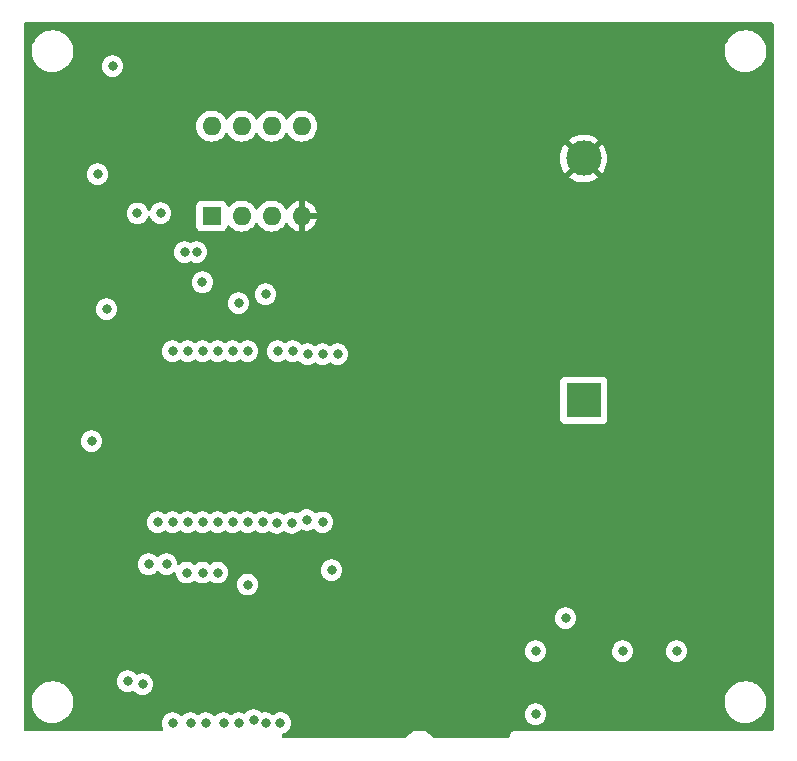
<source format=gbr>
%TF.GenerationSoftware,KiCad,Pcbnew,(6.0.0-0)*%
%TF.CreationDate,2022-01-09T00:32:34-05:00*%
%TF.ProjectId,ROM-Cartridge,524f4d2d-4361-4727-9472-696467652e6b,rev?*%
%TF.SameCoordinates,Original*%
%TF.FileFunction,Copper,L2,Inr*%
%TF.FilePolarity,Positive*%
%FSLAX46Y46*%
G04 Gerber Fmt 4.6, Leading zero omitted, Abs format (unit mm)*
G04 Created by KiCad (PCBNEW (6.0.0-0)) date 2022-01-09 00:32:34*
%MOMM*%
%LPD*%
G01*
G04 APERTURE LIST*
%TA.AperFunction,ComponentPad*%
%ADD10R,1.600000X1.600000*%
%TD*%
%TA.AperFunction,ComponentPad*%
%ADD11O,1.600000X1.600000*%
%TD*%
%TA.AperFunction,ComponentPad*%
%ADD12R,3.000000X3.000000*%
%TD*%
%TA.AperFunction,ComponentPad*%
%ADD13C,3.000000*%
%TD*%
%TA.AperFunction,ViaPad*%
%ADD14C,0.800000*%
%TD*%
G04 APERTURE END LIST*
D10*
%TO.N,RAM_POWER*%
%TO.C,U3*%
X105420000Y-74412000D03*
D11*
%TO.N,Net-(BT1-Pad1)*%
X107960000Y-74412000D03*
%TO.N,unconnected-(U3-Pad3)*%
X110500000Y-74412000D03*
%TO.N,GND*%
X113040000Y-74412000D03*
%TO.N,unconnected-(U3-Pad5)*%
X113040000Y-66792000D03*
%TO.N,Net-(R5-Pad2)*%
X110500000Y-66792000D03*
%TO.N,unconnected-(U3-Pad7)*%
X107960000Y-66792000D03*
%TO.N,VCC*%
X105420000Y-66792000D03*
%TD*%
D12*
%TO.N,Net-(BT1-Pad1)*%
%TO.C,BT1*%
X136906000Y-90030081D03*
D13*
%TO.N,GND*%
X136906000Y-69540081D03*
%TD*%
D14*
%TO.N,/A4*%
X106426000Y-117348000D03*
%TO.N,/A3*%
X107696000Y-117348000D03*
%TO.N,/A2*%
X108966000Y-117098299D03*
%TO.N,/~{READ}*%
X107696000Y-81788000D03*
X109982000Y-81026000D03*
%TO.N,/A15*%
X103124000Y-77470000D03*
%TO.N,/~{EN}*%
X135382000Y-108458000D03*
X104144299Y-77465701D03*
%TO.N,VCC*%
X95758000Y-70866000D03*
%TO.N,GND*%
X99060000Y-76200000D03*
X100330000Y-61722000D03*
%TO.N,VCC*%
X97028000Y-61722000D03*
%TO.N,/D3*%
X115570000Y-104394000D03*
X116078000Y-86106000D03*
%TO.N,/D4*%
X114808000Y-86106000D03*
%TO.N,/D5*%
X113538000Y-86106000D03*
%TO.N,/D6*%
X112268000Y-85852000D03*
%TO.N,/D7*%
X110998000Y-85852000D03*
%TO.N,/D4*%
X114816418Y-100338418D03*
%TO.N,/D5*%
X113471500Y-100142500D03*
%TO.N,/D6*%
X112201500Y-100396500D03*
%TO.N,/D7*%
X110931500Y-100396500D03*
%TO.N,RAM_SELECT*%
X104643701Y-80014299D03*
X101092000Y-74168000D03*
%TO.N,ROM_SELECT*%
X99134500Y-74179024D03*
%TO.N,/A10*%
X108458000Y-85852000D03*
%TO.N,/~{READ}*%
X107188000Y-85852000D03*
%TO.N,/A11*%
X105918000Y-85852000D03*
%TO.N,/A9*%
X104648000Y-85852000D03*
%TO.N,/A8*%
X103378000Y-85852000D03*
%TO.N,/A13*%
X102108000Y-85852000D03*
%TO.N,/~{ROM_WRITE}*%
X95250000Y-93472000D03*
%TO.N,ROM_SELECT*%
X109728000Y-100330000D03*
%TO.N,/A10*%
X108458000Y-100330000D03*
%TO.N,/~{READ}*%
X107188000Y-100330000D03*
%TO.N,/A11*%
X105918000Y-100330000D03*
%TO.N,/A9*%
X104648000Y-100330000D03*
%TO.N,/A8*%
X103378000Y-100330000D03*
%TO.N,/A13*%
X102108000Y-100330000D03*
%TO.N,/~{ROM_WRITE}*%
X100838000Y-100330000D03*
%TO.N,VCC*%
X96520000Y-82296000D03*
X132842000Y-111252000D03*
X144780000Y-111252000D03*
%TO.N,GND*%
X139078013Y-110781500D03*
%TO.N,/A15*%
X140208000Y-111252000D03*
%TO.N,VCC*%
X132842000Y-116586000D03*
%TO.N,GND*%
X129540000Y-117094000D03*
%TO.N,/A13*%
X101600000Y-103886000D03*
%TO.N,/A14*%
X98298000Y-113792000D03*
%TO.N,/A12*%
X99568000Y-114046000D03*
%TO.N,/A11*%
X105918000Y-104610500D03*
%TO.N,VCC*%
X100080299Y-103890299D03*
%TO.N,GND*%
X114808000Y-107696000D03*
X118618000Y-93218000D03*
%TO.N,/A10*%
X108458000Y-105626500D03*
%TO.N,/A9*%
X104648000Y-104610500D03*
%TO.N,/A8*%
X103297667Y-104610500D03*
%TO.N,/A7*%
X102108000Y-117348000D03*
%TO.N,/A6*%
X103632000Y-117348000D03*
%TO.N,/A5*%
X104906299Y-117352299D03*
%TO.N,/A1*%
X109982000Y-117348000D03*
%TO.N,/A0*%
X111247701Y-117330544D03*
%TD*%
%TA.AperFunction,Conductor*%
%TO.N,GND*%
G36*
X152934121Y-58028002D02*
G01*
X152980614Y-58081658D01*
X152992000Y-58134000D01*
X152992000Y-117865830D01*
X152971998Y-117933951D01*
X152918342Y-117980444D01*
X152865966Y-117991830D01*
X131165025Y-117986002D01*
X131164290Y-117986000D01*
X131136446Y-117985830D01*
X131086348Y-117985524D01*
X131064284Y-117991830D01*
X131058035Y-117993616D01*
X131041239Y-117997199D01*
X131020978Y-118000095D01*
X131020977Y-118000095D01*
X131012087Y-118001366D01*
X130994383Y-118009410D01*
X130988665Y-118012008D01*
X130971170Y-118018443D01*
X130946435Y-118025512D01*
X130921528Y-118041227D01*
X130906419Y-118049377D01*
X130879606Y-118061559D01*
X130872800Y-118067420D01*
X130872799Y-118067421D01*
X130860114Y-118078345D01*
X130845123Y-118089435D01*
X130823369Y-118103160D01*
X130817427Y-118109889D01*
X130817425Y-118109890D01*
X130803875Y-118125233D01*
X130791655Y-118137301D01*
X130769344Y-118156515D01*
X130764460Y-118164045D01*
X130764456Y-118164050D01*
X130755344Y-118178100D01*
X130744076Y-118192942D01*
X130737216Y-118200710D01*
X130727044Y-118212228D01*
X130714526Y-118238891D01*
X130706190Y-118253894D01*
X130690165Y-118278602D01*
X130687591Y-118287200D01*
X130687590Y-118287202D01*
X130682787Y-118303247D01*
X130676135Y-118320658D01*
X130665201Y-118343948D01*
X130663820Y-118352818D01*
X130660670Y-118373046D01*
X130656878Y-118389792D01*
X130651006Y-118409407D01*
X130651005Y-118409412D01*
X130648433Y-118418005D01*
X130648336Y-118433186D01*
X130648213Y-118452431D01*
X130648178Y-118453281D01*
X130648000Y-118454423D01*
X130648000Y-118485565D01*
X130647997Y-118486368D01*
X130647965Y-118491466D01*
X130647956Y-118492803D01*
X130627521Y-118560795D01*
X130573570Y-118606945D01*
X130521959Y-118618000D01*
X124276013Y-118618000D01*
X124207892Y-118597998D01*
X124180202Y-118573831D01*
X124176753Y-118569792D01*
X124040149Y-118409851D01*
X123979227Y-118357818D01*
X123869400Y-118264016D01*
X123869396Y-118264013D01*
X123865641Y-118260806D01*
X123669965Y-118140896D01*
X123665395Y-118139003D01*
X123665391Y-118139001D01*
X123462513Y-118054966D01*
X123462511Y-118054965D01*
X123457940Y-118053072D01*
X123380754Y-118034541D01*
X123239600Y-118000653D01*
X123239594Y-118000652D01*
X123234787Y-117999498D01*
X123006000Y-117981492D01*
X122777213Y-117999498D01*
X122772406Y-118000652D01*
X122772400Y-118000653D01*
X122631246Y-118034541D01*
X122554060Y-118053072D01*
X122549489Y-118054965D01*
X122549487Y-118054966D01*
X122346609Y-118139001D01*
X122346605Y-118139003D01*
X122342035Y-118140896D01*
X122146359Y-118260806D01*
X122142604Y-118264013D01*
X122142600Y-118264016D01*
X122032773Y-118357818D01*
X121971851Y-118409851D01*
X121835248Y-118569792D01*
X121831798Y-118573831D01*
X121772347Y-118612640D01*
X121735987Y-118618000D01*
X111490064Y-118618000D01*
X111421943Y-118597998D01*
X111375450Y-118544342D01*
X111364066Y-118491265D01*
X111364405Y-118433186D01*
X111364405Y-118433183D01*
X111364457Y-118424208D01*
X111361988Y-118415577D01*
X111361987Y-118415572D01*
X111356356Y-118395891D01*
X111352769Y-118379101D01*
X111349721Y-118357818D01*
X111359866Y-118287550D01*
X111406390Y-118233922D01*
X111448252Y-118216712D01*
X111469347Y-118212228D01*
X111529989Y-118199338D01*
X111626172Y-118156515D01*
X111698423Y-118124347D01*
X111698425Y-118124346D01*
X111704453Y-118121662D01*
X111748810Y-118089435D01*
X111796252Y-118054966D01*
X111858954Y-118009410D01*
X111873175Y-117993616D01*
X111982322Y-117872396D01*
X111982323Y-117872395D01*
X111986741Y-117867488D01*
X112072150Y-117719556D01*
X112078924Y-117707823D01*
X112078925Y-117707822D01*
X112082228Y-117702100D01*
X112141243Y-117520472D01*
X112161205Y-117330544D01*
X112151741Y-117240496D01*
X112141933Y-117147179D01*
X112141933Y-117147177D01*
X112141243Y-117140616D01*
X112082228Y-116958988D01*
X111986741Y-116793600D01*
X111887311Y-116683171D01*
X111863376Y-116656589D01*
X111863375Y-116656588D01*
X111858954Y-116651678D01*
X111768557Y-116586000D01*
X131928496Y-116586000D01*
X131929186Y-116592565D01*
X131940006Y-116695508D01*
X131948458Y-116775928D01*
X132007473Y-116957556D01*
X132102960Y-117122944D01*
X132107378Y-117127851D01*
X132107379Y-117127852D01*
X132134589Y-117158072D01*
X132230747Y-117264866D01*
X132286660Y-117305489D01*
X132354207Y-117354565D01*
X132385248Y-117377118D01*
X132391276Y-117379802D01*
X132391278Y-117379803D01*
X132553681Y-117452109D01*
X132559712Y-117454794D01*
X132653113Y-117474647D01*
X132740056Y-117493128D01*
X132740061Y-117493128D01*
X132746513Y-117494500D01*
X132937487Y-117494500D01*
X132943939Y-117493128D01*
X132943944Y-117493128D01*
X133030887Y-117474647D01*
X133124288Y-117454794D01*
X133130319Y-117452109D01*
X133292722Y-117379803D01*
X133292724Y-117379802D01*
X133298752Y-117377118D01*
X133329794Y-117354565D01*
X133397340Y-117305489D01*
X133453253Y-117264866D01*
X133549411Y-117158072D01*
X133576621Y-117127852D01*
X133576622Y-117127851D01*
X133581040Y-117122944D01*
X133676527Y-116957556D01*
X133735542Y-116775928D01*
X133743995Y-116695508D01*
X133754814Y-116592565D01*
X133755504Y-116586000D01*
X133747907Y-116513716D01*
X133736232Y-116402635D01*
X133736232Y-116402633D01*
X133735542Y-116396072D01*
X133676527Y-116214444D01*
X133581040Y-116049056D01*
X133516198Y-115977041D01*
X133457675Y-115912045D01*
X133457674Y-115912044D01*
X133453253Y-115907134D01*
X133298752Y-115794882D01*
X133292724Y-115792198D01*
X133292722Y-115792197D01*
X133130319Y-115719891D01*
X133130318Y-115719891D01*
X133124288Y-115717206D01*
X133030887Y-115697353D01*
X132943944Y-115678872D01*
X132943939Y-115678872D01*
X132938216Y-115677655D01*
X148861858Y-115677655D01*
X148897104Y-115936638D01*
X148898412Y-115941124D01*
X148898412Y-115941126D01*
X148918098Y-116008664D01*
X148970243Y-116187567D01*
X149079668Y-116424928D01*
X149082231Y-116428837D01*
X149220410Y-116639596D01*
X149220414Y-116639601D01*
X149222976Y-116643509D01*
X149397018Y-116838506D01*
X149597970Y-117005637D01*
X149601973Y-117008066D01*
X149817422Y-117138804D01*
X149817426Y-117138806D01*
X149821419Y-117141229D01*
X150062455Y-117242303D01*
X150315783Y-117306641D01*
X150320434Y-117307109D01*
X150320438Y-117307110D01*
X150487968Y-117323979D01*
X150532867Y-117328500D01*
X150688354Y-117328500D01*
X150690679Y-117328327D01*
X150690685Y-117328327D01*
X150878000Y-117314407D01*
X150878004Y-117314406D01*
X150882652Y-117314061D01*
X150887200Y-117313032D01*
X150887206Y-117313031D01*
X151100061Y-117264866D01*
X151137577Y-117256377D01*
X151173769Y-117242303D01*
X151376824Y-117163340D01*
X151376827Y-117163339D01*
X151381177Y-117161647D01*
X151608098Y-117031951D01*
X151813357Y-116870138D01*
X151992443Y-116679763D01*
X152107635Y-116513716D01*
X152138759Y-116468851D01*
X152138761Y-116468848D01*
X152141424Y-116465009D01*
X152161480Y-116424339D01*
X152254960Y-116234781D01*
X152254961Y-116234778D01*
X152257025Y-116230593D01*
X152260183Y-116220729D01*
X152335280Y-115986123D01*
X152336707Y-115981665D01*
X152378721Y-115723693D01*
X152382142Y-115462345D01*
X152346896Y-115203362D01*
X152332473Y-115153877D01*
X152275068Y-114956932D01*
X152273757Y-114952433D01*
X152164332Y-114715072D01*
X152052883Y-114545084D01*
X152023590Y-114500404D01*
X152023586Y-114500399D01*
X152021024Y-114496491D01*
X151846982Y-114301494D01*
X151646030Y-114134363D01*
X151511231Y-114052565D01*
X151426578Y-114001196D01*
X151426574Y-114001194D01*
X151422581Y-113998771D01*
X151181545Y-113897697D01*
X150928217Y-113833359D01*
X150923566Y-113832891D01*
X150923562Y-113832890D01*
X150714271Y-113811816D01*
X150711133Y-113811500D01*
X150555646Y-113811500D01*
X150553321Y-113811673D01*
X150553315Y-113811673D01*
X150366000Y-113825593D01*
X150365996Y-113825594D01*
X150361348Y-113825939D01*
X150356800Y-113826968D01*
X150356794Y-113826969D01*
X150199176Y-113862635D01*
X150106423Y-113883623D01*
X150102071Y-113885315D01*
X150102069Y-113885316D01*
X149867176Y-113976660D01*
X149867173Y-113976661D01*
X149862823Y-113978353D01*
X149635902Y-114108049D01*
X149430643Y-114269862D01*
X149251557Y-114460237D01*
X149169003Y-114579237D01*
X149114288Y-114658109D01*
X149102576Y-114674991D01*
X149100510Y-114679181D01*
X149100508Y-114679184D01*
X149076066Y-114728749D01*
X148986975Y-114909407D01*
X148985553Y-114913850D01*
X148985552Y-114913852D01*
X148984811Y-114916166D01*
X148907293Y-115158335D01*
X148865279Y-115416307D01*
X148861858Y-115677655D01*
X132938216Y-115677655D01*
X132937487Y-115677500D01*
X132746513Y-115677500D01*
X132740061Y-115678872D01*
X132740056Y-115678872D01*
X132653113Y-115697353D01*
X132559712Y-115717206D01*
X132553682Y-115719891D01*
X132553681Y-115719891D01*
X132391278Y-115792197D01*
X132391276Y-115792198D01*
X132385248Y-115794882D01*
X132230747Y-115907134D01*
X132226326Y-115912044D01*
X132226325Y-115912045D01*
X132167803Y-115977041D01*
X132102960Y-116049056D01*
X132007473Y-116214444D01*
X131948458Y-116396072D01*
X131947768Y-116402633D01*
X131947768Y-116402635D01*
X131936093Y-116513716D01*
X131928496Y-116586000D01*
X111768557Y-116586000D01*
X111733821Y-116560763D01*
X111709795Y-116543307D01*
X111709794Y-116543306D01*
X111704453Y-116539426D01*
X111698425Y-116536742D01*
X111698423Y-116536741D01*
X111536020Y-116464435D01*
X111536019Y-116464435D01*
X111529989Y-116461750D01*
X111425312Y-116439500D01*
X111349645Y-116423416D01*
X111349640Y-116423416D01*
X111343188Y-116422044D01*
X111152214Y-116422044D01*
X111145762Y-116423416D01*
X111145757Y-116423416D01*
X111070090Y-116439500D01*
X110965413Y-116461750D01*
X110959383Y-116464435D01*
X110959382Y-116464435D01*
X110796979Y-116536741D01*
X110796977Y-116536742D01*
X110790949Y-116539426D01*
X110785608Y-116543306D01*
X110785607Y-116543307D01*
X110676898Y-116622289D01*
X110610030Y-116646148D01*
X110540879Y-116630067D01*
X110528782Y-116622293D01*
X110438752Y-116556882D01*
X110432724Y-116554198D01*
X110432722Y-116554197D01*
X110270319Y-116481891D01*
X110270318Y-116481891D01*
X110264288Y-116479206D01*
X110170887Y-116459353D01*
X110083944Y-116440872D01*
X110083939Y-116440872D01*
X110077487Y-116439500D01*
X109886513Y-116439500D01*
X109880061Y-116440872D01*
X109880056Y-116440872D01*
X109713255Y-116476327D01*
X109642464Y-116470925D01*
X109593423Y-116437392D01*
X109585720Y-116428837D01*
X109577253Y-116419433D01*
X109422752Y-116307181D01*
X109416724Y-116304497D01*
X109416722Y-116304496D01*
X109254319Y-116232190D01*
X109254318Y-116232190D01*
X109248288Y-116229505D01*
X109150508Y-116208721D01*
X109067944Y-116191171D01*
X109067939Y-116191171D01*
X109061487Y-116189799D01*
X108870513Y-116189799D01*
X108864061Y-116191171D01*
X108864056Y-116191171D01*
X108781492Y-116208721D01*
X108683712Y-116229505D01*
X108677682Y-116232190D01*
X108677681Y-116232190D01*
X108515278Y-116304496D01*
X108515276Y-116304497D01*
X108509248Y-116307181D01*
X108354747Y-116419433D01*
X108269852Y-116513718D01*
X108209410Y-116550956D01*
X108138426Y-116549605D01*
X108124974Y-116544515D01*
X108027286Y-116501021D01*
X107984319Y-116481891D01*
X107984318Y-116481891D01*
X107978288Y-116479206D01*
X107884887Y-116459353D01*
X107797944Y-116440872D01*
X107797939Y-116440872D01*
X107791487Y-116439500D01*
X107600513Y-116439500D01*
X107594061Y-116440872D01*
X107594056Y-116440872D01*
X107507113Y-116459353D01*
X107413712Y-116479206D01*
X107407682Y-116481891D01*
X107407681Y-116481891D01*
X107245278Y-116554197D01*
X107245276Y-116554198D01*
X107239248Y-116556882D01*
X107135060Y-116632579D01*
X107068194Y-116656437D01*
X106999042Y-116640357D01*
X106986944Y-116632582D01*
X106882752Y-116556882D01*
X106876724Y-116554198D01*
X106876722Y-116554197D01*
X106714319Y-116481891D01*
X106714318Y-116481891D01*
X106708288Y-116479206D01*
X106614887Y-116459353D01*
X106527944Y-116440872D01*
X106527939Y-116440872D01*
X106521487Y-116439500D01*
X106330513Y-116439500D01*
X106324061Y-116440872D01*
X106324056Y-116440872D01*
X106237113Y-116459353D01*
X106143712Y-116479206D01*
X106137682Y-116481891D01*
X106137681Y-116481891D01*
X105975278Y-116554197D01*
X105975276Y-116554198D01*
X105969248Y-116556882D01*
X105963907Y-116560762D01*
X105963906Y-116560763D01*
X105929171Y-116586000D01*
X105814747Y-116669134D01*
X105757850Y-116732325D01*
X105697404Y-116769564D01*
X105626420Y-116768212D01*
X105570579Y-116732326D01*
X105517552Y-116673433D01*
X105397211Y-116586000D01*
X105368393Y-116565062D01*
X105368392Y-116565061D01*
X105363051Y-116561181D01*
X105357023Y-116558497D01*
X105357021Y-116558496D01*
X105194618Y-116486190D01*
X105194617Y-116486190D01*
X105188587Y-116483505D01*
X105095186Y-116463652D01*
X105008243Y-116445171D01*
X105008238Y-116445171D01*
X105001786Y-116443799D01*
X104810812Y-116443799D01*
X104804360Y-116445171D01*
X104804355Y-116445171D01*
X104717412Y-116463652D01*
X104624011Y-116483505D01*
X104617981Y-116486190D01*
X104617980Y-116486190D01*
X104455577Y-116558496D01*
X104455575Y-116558497D01*
X104449547Y-116561181D01*
X104444206Y-116565061D01*
X104444205Y-116565062D01*
X104415387Y-116586000D01*
X104351277Y-116632579D01*
X104346169Y-116636290D01*
X104279302Y-116660148D01*
X104210150Y-116644068D01*
X104198047Y-116636290D01*
X104192940Y-116632579D01*
X104128829Y-116586000D01*
X104094094Y-116560763D01*
X104094093Y-116560762D01*
X104088752Y-116556882D01*
X104082724Y-116554198D01*
X104082722Y-116554197D01*
X103920319Y-116481891D01*
X103920318Y-116481891D01*
X103914288Y-116479206D01*
X103820887Y-116459353D01*
X103733944Y-116440872D01*
X103733939Y-116440872D01*
X103727487Y-116439500D01*
X103536513Y-116439500D01*
X103530061Y-116440872D01*
X103530056Y-116440872D01*
X103443113Y-116459353D01*
X103349712Y-116479206D01*
X103343682Y-116481891D01*
X103343681Y-116481891D01*
X103181278Y-116554197D01*
X103181276Y-116554198D01*
X103175248Y-116556882D01*
X103169907Y-116560762D01*
X103169906Y-116560763D01*
X103135171Y-116586000D01*
X103020747Y-116669134D01*
X102963635Y-116732564D01*
X102903190Y-116769802D01*
X102832206Y-116768450D01*
X102776366Y-116732564D01*
X102719253Y-116669134D01*
X102604829Y-116586000D01*
X102570094Y-116560763D01*
X102570093Y-116560762D01*
X102564752Y-116556882D01*
X102558724Y-116554198D01*
X102558722Y-116554197D01*
X102396319Y-116481891D01*
X102396318Y-116481891D01*
X102390288Y-116479206D01*
X102296887Y-116459353D01*
X102209944Y-116440872D01*
X102209939Y-116440872D01*
X102203487Y-116439500D01*
X102012513Y-116439500D01*
X102006061Y-116440872D01*
X102006056Y-116440872D01*
X101919113Y-116459353D01*
X101825712Y-116479206D01*
X101819682Y-116481891D01*
X101819681Y-116481891D01*
X101657278Y-116554197D01*
X101657276Y-116554198D01*
X101651248Y-116556882D01*
X101645907Y-116560762D01*
X101645906Y-116560763D01*
X101611171Y-116586000D01*
X101496747Y-116669134D01*
X101492329Y-116674041D01*
X101492325Y-116674045D01*
X101389097Y-116788692D01*
X101368960Y-116811056D01*
X101365659Y-116816774D01*
X101279923Y-116965273D01*
X101273473Y-116976444D01*
X101214458Y-117158072D01*
X101213768Y-117164633D01*
X101213768Y-117164635D01*
X101196331Y-117330544D01*
X101194496Y-117348000D01*
X101195186Y-117354565D01*
X101211934Y-117513909D01*
X101214458Y-117537928D01*
X101273473Y-117719556D01*
X101276776Y-117725278D01*
X101276777Y-117725279D01*
X101319714Y-117799648D01*
X101336452Y-117868643D01*
X101313231Y-117935735D01*
X101257424Y-117979622D01*
X101210630Y-117988648D01*
X89634035Y-117991825D01*
X89565908Y-117971842D01*
X89519401Y-117918199D01*
X89508000Y-117865825D01*
X89508000Y-115677655D01*
X90187858Y-115677655D01*
X90223104Y-115936638D01*
X90224412Y-115941124D01*
X90224412Y-115941126D01*
X90244098Y-116008664D01*
X90296243Y-116187567D01*
X90405668Y-116424928D01*
X90408231Y-116428837D01*
X90546410Y-116639596D01*
X90546414Y-116639601D01*
X90548976Y-116643509D01*
X90723018Y-116838506D01*
X90923970Y-117005637D01*
X90927973Y-117008066D01*
X91143422Y-117138804D01*
X91143426Y-117138806D01*
X91147419Y-117141229D01*
X91388455Y-117242303D01*
X91641783Y-117306641D01*
X91646434Y-117307109D01*
X91646438Y-117307110D01*
X91813968Y-117323979D01*
X91858867Y-117328500D01*
X92014354Y-117328500D01*
X92016679Y-117328327D01*
X92016685Y-117328327D01*
X92204000Y-117314407D01*
X92204004Y-117314406D01*
X92208652Y-117314061D01*
X92213200Y-117313032D01*
X92213206Y-117313031D01*
X92426061Y-117264866D01*
X92463577Y-117256377D01*
X92499769Y-117242303D01*
X92702824Y-117163340D01*
X92702827Y-117163339D01*
X92707177Y-117161647D01*
X92934098Y-117031951D01*
X93139357Y-116870138D01*
X93318443Y-116679763D01*
X93433635Y-116513716D01*
X93464759Y-116468851D01*
X93464761Y-116468848D01*
X93467424Y-116465009D01*
X93487480Y-116424339D01*
X93580960Y-116234781D01*
X93580961Y-116234778D01*
X93583025Y-116230593D01*
X93586183Y-116220729D01*
X93661280Y-115986123D01*
X93662707Y-115981665D01*
X93704721Y-115723693D01*
X93708142Y-115462345D01*
X93672896Y-115203362D01*
X93658473Y-115153877D01*
X93601068Y-114956932D01*
X93599757Y-114952433D01*
X93490332Y-114715072D01*
X93378883Y-114545084D01*
X93349590Y-114500404D01*
X93349586Y-114500399D01*
X93347024Y-114496491D01*
X93172982Y-114301494D01*
X92972030Y-114134363D01*
X92837231Y-114052565D01*
X92752578Y-114001196D01*
X92752574Y-114001194D01*
X92748581Y-113998771D01*
X92507545Y-113897697D01*
X92254217Y-113833359D01*
X92249566Y-113832891D01*
X92249562Y-113832890D01*
X92040271Y-113811816D01*
X92037133Y-113811500D01*
X91881646Y-113811500D01*
X91879321Y-113811673D01*
X91879315Y-113811673D01*
X91692000Y-113825593D01*
X91691996Y-113825594D01*
X91687348Y-113825939D01*
X91682800Y-113826968D01*
X91682794Y-113826969D01*
X91525176Y-113862635D01*
X91432423Y-113883623D01*
X91428071Y-113885315D01*
X91428069Y-113885316D01*
X91193176Y-113976660D01*
X91193173Y-113976661D01*
X91188823Y-113978353D01*
X90961902Y-114108049D01*
X90756643Y-114269862D01*
X90577557Y-114460237D01*
X90495003Y-114579237D01*
X90440288Y-114658109D01*
X90428576Y-114674991D01*
X90426510Y-114679181D01*
X90426508Y-114679184D01*
X90402066Y-114728749D01*
X90312975Y-114909407D01*
X90311553Y-114913850D01*
X90311552Y-114913852D01*
X90310811Y-114916166D01*
X90233293Y-115158335D01*
X90191279Y-115416307D01*
X90187858Y-115677655D01*
X89508000Y-115677655D01*
X89508000Y-113792000D01*
X97384496Y-113792000D01*
X97385186Y-113798565D01*
X97386546Y-113811500D01*
X97404458Y-113981928D01*
X97463473Y-114163556D01*
X97558960Y-114328944D01*
X97563378Y-114333851D01*
X97563379Y-114333852D01*
X97680640Y-114464084D01*
X97686747Y-114470866D01*
X97841248Y-114583118D01*
X97847276Y-114585802D01*
X97847278Y-114585803D01*
X98009679Y-114658108D01*
X98015712Y-114660794D01*
X98102230Y-114679184D01*
X98196056Y-114699128D01*
X98196061Y-114699128D01*
X98202513Y-114700500D01*
X98393487Y-114700500D01*
X98399939Y-114699128D01*
X98399944Y-114699128D01*
X98493770Y-114679184D01*
X98580288Y-114660794D01*
X98586315Y-114658111D01*
X98586323Y-114658108D01*
X98724208Y-114596718D01*
X98794575Y-114587284D01*
X98858872Y-114617391D01*
X98869092Y-114627515D01*
X98951752Y-114719318D01*
X98956747Y-114724866D01*
X99111248Y-114837118D01*
X99117276Y-114839802D01*
X99117278Y-114839803D01*
X99279681Y-114912109D01*
X99285712Y-114914794D01*
X99379112Y-114934647D01*
X99466056Y-114953128D01*
X99466061Y-114953128D01*
X99472513Y-114954500D01*
X99663487Y-114954500D01*
X99669939Y-114953128D01*
X99669944Y-114953128D01*
X99756888Y-114934647D01*
X99850288Y-114914794D01*
X99856319Y-114912109D01*
X100018722Y-114839803D01*
X100018724Y-114839802D01*
X100024752Y-114837118D01*
X100179253Y-114724866D01*
X100183675Y-114719955D01*
X100302621Y-114587852D01*
X100302622Y-114587851D01*
X100307040Y-114582944D01*
X100402527Y-114417556D01*
X100461542Y-114235928D01*
X100474983Y-114108049D01*
X100480814Y-114052565D01*
X100481504Y-114046000D01*
X100464438Y-113883623D01*
X100462232Y-113862635D01*
X100462232Y-113862633D01*
X100461542Y-113856072D01*
X100402527Y-113674444D01*
X100307040Y-113509056D01*
X100227254Y-113420444D01*
X100183675Y-113372045D01*
X100183674Y-113372044D01*
X100179253Y-113367134D01*
X100024752Y-113254882D01*
X100018724Y-113252198D01*
X100018722Y-113252197D01*
X99856319Y-113179891D01*
X99856318Y-113179891D01*
X99850288Y-113177206D01*
X99756888Y-113157353D01*
X99669944Y-113138872D01*
X99669939Y-113138872D01*
X99663487Y-113137500D01*
X99472513Y-113137500D01*
X99466061Y-113138872D01*
X99466056Y-113138872D01*
X99379112Y-113157353D01*
X99285712Y-113177206D01*
X99279685Y-113179889D01*
X99279677Y-113179892D01*
X99141792Y-113241282D01*
X99071425Y-113250716D01*
X99007128Y-113220609D01*
X98996908Y-113210485D01*
X98913675Y-113118045D01*
X98913674Y-113118044D01*
X98909253Y-113113134D01*
X98754752Y-113000882D01*
X98748724Y-112998198D01*
X98748722Y-112998197D01*
X98586319Y-112925891D01*
X98586318Y-112925891D01*
X98580288Y-112923206D01*
X98486887Y-112903353D01*
X98399944Y-112884872D01*
X98399939Y-112884872D01*
X98393487Y-112883500D01*
X98202513Y-112883500D01*
X98196061Y-112884872D01*
X98196056Y-112884872D01*
X98109113Y-112903353D01*
X98015712Y-112923206D01*
X98009682Y-112925891D01*
X98009681Y-112925891D01*
X97847278Y-112998197D01*
X97847276Y-112998198D01*
X97841248Y-113000882D01*
X97686747Y-113113134D01*
X97558960Y-113255056D01*
X97463473Y-113420444D01*
X97404458Y-113602072D01*
X97384496Y-113792000D01*
X89508000Y-113792000D01*
X89508000Y-111252000D01*
X131928496Y-111252000D01*
X131948458Y-111441928D01*
X132007473Y-111623556D01*
X132102960Y-111788944D01*
X132230747Y-111930866D01*
X132385248Y-112043118D01*
X132391276Y-112045802D01*
X132391278Y-112045803D01*
X132553681Y-112118109D01*
X132559712Y-112120794D01*
X132653113Y-112140647D01*
X132740056Y-112159128D01*
X132740061Y-112159128D01*
X132746513Y-112160500D01*
X132937487Y-112160500D01*
X132943939Y-112159128D01*
X132943944Y-112159128D01*
X133030887Y-112140647D01*
X133124288Y-112120794D01*
X133130319Y-112118109D01*
X133292722Y-112045803D01*
X133292724Y-112045802D01*
X133298752Y-112043118D01*
X133453253Y-111930866D01*
X133581040Y-111788944D01*
X133676527Y-111623556D01*
X133735542Y-111441928D01*
X133755504Y-111252000D01*
X139294496Y-111252000D01*
X139314458Y-111441928D01*
X139373473Y-111623556D01*
X139468960Y-111788944D01*
X139596747Y-111930866D01*
X139751248Y-112043118D01*
X139757276Y-112045802D01*
X139757278Y-112045803D01*
X139919681Y-112118109D01*
X139925712Y-112120794D01*
X140019113Y-112140647D01*
X140106056Y-112159128D01*
X140106061Y-112159128D01*
X140112513Y-112160500D01*
X140303487Y-112160500D01*
X140309939Y-112159128D01*
X140309944Y-112159128D01*
X140396887Y-112140647D01*
X140490288Y-112120794D01*
X140496319Y-112118109D01*
X140658722Y-112045803D01*
X140658724Y-112045802D01*
X140664752Y-112043118D01*
X140819253Y-111930866D01*
X140947040Y-111788944D01*
X141042527Y-111623556D01*
X141101542Y-111441928D01*
X141121504Y-111252000D01*
X143866496Y-111252000D01*
X143886458Y-111441928D01*
X143945473Y-111623556D01*
X144040960Y-111788944D01*
X144168747Y-111930866D01*
X144323248Y-112043118D01*
X144329276Y-112045802D01*
X144329278Y-112045803D01*
X144491681Y-112118109D01*
X144497712Y-112120794D01*
X144591113Y-112140647D01*
X144678056Y-112159128D01*
X144678061Y-112159128D01*
X144684513Y-112160500D01*
X144875487Y-112160500D01*
X144881939Y-112159128D01*
X144881944Y-112159128D01*
X144968887Y-112140647D01*
X145062288Y-112120794D01*
X145068319Y-112118109D01*
X145230722Y-112045803D01*
X145230724Y-112045802D01*
X145236752Y-112043118D01*
X145391253Y-111930866D01*
X145519040Y-111788944D01*
X145614527Y-111623556D01*
X145673542Y-111441928D01*
X145693504Y-111252000D01*
X145673542Y-111062072D01*
X145614527Y-110880444D01*
X145519040Y-110715056D01*
X145391253Y-110573134D01*
X145236752Y-110460882D01*
X145230724Y-110458198D01*
X145230722Y-110458197D01*
X145068319Y-110385891D01*
X145068318Y-110385891D01*
X145062288Y-110383206D01*
X144968887Y-110363353D01*
X144881944Y-110344872D01*
X144881939Y-110344872D01*
X144875487Y-110343500D01*
X144684513Y-110343500D01*
X144678061Y-110344872D01*
X144678056Y-110344872D01*
X144591113Y-110363353D01*
X144497712Y-110383206D01*
X144491682Y-110385891D01*
X144491681Y-110385891D01*
X144329278Y-110458197D01*
X144329276Y-110458198D01*
X144323248Y-110460882D01*
X144168747Y-110573134D01*
X144040960Y-110715056D01*
X143945473Y-110880444D01*
X143886458Y-111062072D01*
X143866496Y-111252000D01*
X141121504Y-111252000D01*
X141101542Y-111062072D01*
X141042527Y-110880444D01*
X140947040Y-110715056D01*
X140819253Y-110573134D01*
X140664752Y-110460882D01*
X140658724Y-110458198D01*
X140658722Y-110458197D01*
X140496319Y-110385891D01*
X140496318Y-110385891D01*
X140490288Y-110383206D01*
X140396887Y-110363353D01*
X140309944Y-110344872D01*
X140309939Y-110344872D01*
X140303487Y-110343500D01*
X140112513Y-110343500D01*
X140106061Y-110344872D01*
X140106056Y-110344872D01*
X140019113Y-110363353D01*
X139925712Y-110383206D01*
X139919682Y-110385891D01*
X139919681Y-110385891D01*
X139757278Y-110458197D01*
X139757276Y-110458198D01*
X139751248Y-110460882D01*
X139596747Y-110573134D01*
X139468960Y-110715056D01*
X139373473Y-110880444D01*
X139314458Y-111062072D01*
X139294496Y-111252000D01*
X133755504Y-111252000D01*
X133735542Y-111062072D01*
X133676527Y-110880444D01*
X133581040Y-110715056D01*
X133453253Y-110573134D01*
X133298752Y-110460882D01*
X133292724Y-110458198D01*
X133292722Y-110458197D01*
X133130319Y-110385891D01*
X133130318Y-110385891D01*
X133124288Y-110383206D01*
X133030887Y-110363353D01*
X132943944Y-110344872D01*
X132943939Y-110344872D01*
X132937487Y-110343500D01*
X132746513Y-110343500D01*
X132740061Y-110344872D01*
X132740056Y-110344872D01*
X132653113Y-110363353D01*
X132559712Y-110383206D01*
X132553682Y-110385891D01*
X132553681Y-110385891D01*
X132391278Y-110458197D01*
X132391276Y-110458198D01*
X132385248Y-110460882D01*
X132230747Y-110573134D01*
X132102960Y-110715056D01*
X132007473Y-110880444D01*
X131948458Y-111062072D01*
X131928496Y-111252000D01*
X89508000Y-111252000D01*
X89508000Y-108458000D01*
X134468496Y-108458000D01*
X134488458Y-108647928D01*
X134547473Y-108829556D01*
X134642960Y-108994944D01*
X134770747Y-109136866D01*
X134925248Y-109249118D01*
X134931276Y-109251802D01*
X134931278Y-109251803D01*
X135093681Y-109324109D01*
X135099712Y-109326794D01*
X135193113Y-109346647D01*
X135280056Y-109365128D01*
X135280061Y-109365128D01*
X135286513Y-109366500D01*
X135477487Y-109366500D01*
X135483939Y-109365128D01*
X135483944Y-109365128D01*
X135570887Y-109346647D01*
X135664288Y-109326794D01*
X135670319Y-109324109D01*
X135832722Y-109251803D01*
X135832724Y-109251802D01*
X135838752Y-109249118D01*
X135993253Y-109136866D01*
X136121040Y-108994944D01*
X136216527Y-108829556D01*
X136275542Y-108647928D01*
X136295504Y-108458000D01*
X136275542Y-108268072D01*
X136216527Y-108086444D01*
X136121040Y-107921056D01*
X135993253Y-107779134D01*
X135838752Y-107666882D01*
X135832724Y-107664198D01*
X135832722Y-107664197D01*
X135670319Y-107591891D01*
X135670318Y-107591891D01*
X135664288Y-107589206D01*
X135570887Y-107569353D01*
X135483944Y-107550872D01*
X135483939Y-107550872D01*
X135477487Y-107549500D01*
X135286513Y-107549500D01*
X135280061Y-107550872D01*
X135280056Y-107550872D01*
X135193112Y-107569353D01*
X135099712Y-107589206D01*
X135093682Y-107591891D01*
X135093681Y-107591891D01*
X134931278Y-107664197D01*
X134931276Y-107664198D01*
X134925248Y-107666882D01*
X134770747Y-107779134D01*
X134642960Y-107921056D01*
X134547473Y-108086444D01*
X134488458Y-108268072D01*
X134468496Y-108458000D01*
X89508000Y-108458000D01*
X89508000Y-105626500D01*
X107544496Y-105626500D01*
X107564458Y-105816428D01*
X107623473Y-105998056D01*
X107718960Y-106163444D01*
X107846747Y-106305366D01*
X108001248Y-106417618D01*
X108007276Y-106420302D01*
X108007278Y-106420303D01*
X108169681Y-106492609D01*
X108175712Y-106495294D01*
X108269112Y-106515147D01*
X108356056Y-106533628D01*
X108356061Y-106533628D01*
X108362513Y-106535000D01*
X108553487Y-106535000D01*
X108559939Y-106533628D01*
X108559944Y-106533628D01*
X108646888Y-106515147D01*
X108740288Y-106495294D01*
X108746319Y-106492609D01*
X108908722Y-106420303D01*
X108908724Y-106420302D01*
X108914752Y-106417618D01*
X109069253Y-106305366D01*
X109197040Y-106163444D01*
X109292527Y-105998056D01*
X109351542Y-105816428D01*
X109371504Y-105626500D01*
X109370814Y-105619935D01*
X109352232Y-105443135D01*
X109352232Y-105443133D01*
X109351542Y-105436572D01*
X109292527Y-105254944D01*
X109271419Y-105218383D01*
X109200341Y-105095274D01*
X109197040Y-105089556D01*
X109177591Y-105067955D01*
X109073675Y-104952545D01*
X109073674Y-104952544D01*
X109069253Y-104947634D01*
X108914752Y-104835382D01*
X108908724Y-104832698D01*
X108908722Y-104832697D01*
X108746319Y-104760391D01*
X108746318Y-104760391D01*
X108740288Y-104757706D01*
X108646888Y-104737853D01*
X108559944Y-104719372D01*
X108559939Y-104719372D01*
X108553487Y-104718000D01*
X108362513Y-104718000D01*
X108356061Y-104719372D01*
X108356056Y-104719372D01*
X108269113Y-104737853D01*
X108175712Y-104757706D01*
X108169682Y-104760391D01*
X108169681Y-104760391D01*
X108007278Y-104832697D01*
X108007276Y-104832698D01*
X108001248Y-104835382D01*
X107846747Y-104947634D01*
X107842326Y-104952544D01*
X107842325Y-104952545D01*
X107738410Y-105067955D01*
X107718960Y-105089556D01*
X107715659Y-105095274D01*
X107644582Y-105218383D01*
X107623473Y-105254944D01*
X107564458Y-105436572D01*
X107563768Y-105443133D01*
X107563768Y-105443135D01*
X107545186Y-105619935D01*
X107544496Y-105626500D01*
X89508000Y-105626500D01*
X89508000Y-103890299D01*
X99166795Y-103890299D01*
X99167485Y-103896864D01*
X99170365Y-103924261D01*
X99186757Y-104080227D01*
X99245772Y-104261855D01*
X99341259Y-104427243D01*
X99345677Y-104432150D01*
X99345678Y-104432151D01*
X99457020Y-104555809D01*
X99469046Y-104569165D01*
X99623547Y-104681417D01*
X99629575Y-104684101D01*
X99629577Y-104684102D01*
X99791814Y-104756334D01*
X99798011Y-104759093D01*
X99891411Y-104778946D01*
X99978355Y-104797427D01*
X99978360Y-104797427D01*
X99984812Y-104798799D01*
X100175786Y-104798799D01*
X100182238Y-104797427D01*
X100182243Y-104797427D01*
X100269187Y-104778946D01*
X100362587Y-104759093D01*
X100368784Y-104756334D01*
X100531021Y-104684102D01*
X100531023Y-104684101D01*
X100537051Y-104681417D01*
X100691552Y-104569165D01*
X100748450Y-104505973D01*
X100808895Y-104468735D01*
X100879879Y-104470087D01*
X100935720Y-104505973D01*
X100988747Y-104564866D01*
X101143248Y-104677118D01*
X101149276Y-104679802D01*
X101149278Y-104679803D01*
X101238152Y-104719372D01*
X101317712Y-104754794D01*
X101411112Y-104774647D01*
X101498056Y-104793128D01*
X101498061Y-104793128D01*
X101504513Y-104794500D01*
X101695487Y-104794500D01*
X101701939Y-104793128D01*
X101701944Y-104793128D01*
X101788888Y-104774647D01*
X101882288Y-104754794D01*
X101961848Y-104719372D01*
X102050722Y-104679803D01*
X102050724Y-104679802D01*
X102056752Y-104677118D01*
X102190881Y-104579667D01*
X102257748Y-104555809D01*
X102326900Y-104571889D01*
X102376380Y-104622803D01*
X102390252Y-104668433D01*
X102399781Y-104759093D01*
X102404125Y-104800428D01*
X102463140Y-104982056D01*
X102558627Y-105147444D01*
X102686414Y-105289366D01*
X102840915Y-105401618D01*
X102846943Y-105404302D01*
X102846945Y-105404303D01*
X102919423Y-105436572D01*
X103015379Y-105479294D01*
X103108779Y-105499147D01*
X103195723Y-105517628D01*
X103195728Y-105517628D01*
X103202180Y-105519000D01*
X103393154Y-105519000D01*
X103399606Y-105517628D01*
X103399611Y-105517628D01*
X103486555Y-105499147D01*
X103579955Y-105479294D01*
X103675911Y-105436572D01*
X103748389Y-105404303D01*
X103748391Y-105404302D01*
X103754419Y-105401618D01*
X103858607Y-105325921D01*
X103898773Y-105296739D01*
X103965641Y-105272880D01*
X104034793Y-105288961D01*
X104046895Y-105296739D01*
X104191248Y-105401618D01*
X104197276Y-105404302D01*
X104197278Y-105404303D01*
X104269756Y-105436572D01*
X104365712Y-105479294D01*
X104459112Y-105499147D01*
X104546056Y-105517628D01*
X104546061Y-105517628D01*
X104552513Y-105519000D01*
X104743487Y-105519000D01*
X104749939Y-105517628D01*
X104749944Y-105517628D01*
X104836888Y-105499147D01*
X104930288Y-105479294D01*
X105026244Y-105436572D01*
X105098722Y-105404303D01*
X105098724Y-105404302D01*
X105104752Y-105401618D01*
X105208940Y-105325921D01*
X105275806Y-105302063D01*
X105344958Y-105318143D01*
X105357056Y-105325918D01*
X105461248Y-105401618D01*
X105467276Y-105404302D01*
X105467278Y-105404303D01*
X105539756Y-105436572D01*
X105635712Y-105479294D01*
X105729112Y-105499147D01*
X105816056Y-105517628D01*
X105816061Y-105517628D01*
X105822513Y-105519000D01*
X106013487Y-105519000D01*
X106019939Y-105517628D01*
X106019944Y-105517628D01*
X106106888Y-105499147D01*
X106200288Y-105479294D01*
X106296244Y-105436572D01*
X106368722Y-105404303D01*
X106368724Y-105404302D01*
X106374752Y-105401618D01*
X106529253Y-105289366D01*
X106657040Y-105147444D01*
X106752527Y-104982056D01*
X106811542Y-104800428D01*
X106815887Y-104759093D01*
X106830814Y-104617065D01*
X106831504Y-104610500D01*
X106811542Y-104420572D01*
X106802908Y-104394000D01*
X114656496Y-104394000D01*
X114657186Y-104400565D01*
X114675193Y-104571889D01*
X114676458Y-104583928D01*
X114735473Y-104765556D01*
X114830960Y-104930944D01*
X114835378Y-104935851D01*
X114835379Y-104935852D01*
X114871322Y-104975771D01*
X114958747Y-105072866D01*
X115113248Y-105185118D01*
X115119276Y-105187802D01*
X115119278Y-105187803D01*
X115281681Y-105260109D01*
X115287712Y-105262794D01*
X115381112Y-105282647D01*
X115468056Y-105301128D01*
X115468061Y-105301128D01*
X115474513Y-105302500D01*
X115665487Y-105302500D01*
X115671939Y-105301128D01*
X115671944Y-105301128D01*
X115758887Y-105282647D01*
X115852288Y-105262794D01*
X115858319Y-105260109D01*
X116020722Y-105187803D01*
X116020724Y-105187802D01*
X116026752Y-105185118D01*
X116181253Y-105072866D01*
X116268678Y-104975771D01*
X116304621Y-104935852D01*
X116304622Y-104935851D01*
X116309040Y-104930944D01*
X116404527Y-104765556D01*
X116463542Y-104583928D01*
X116464808Y-104571889D01*
X116482814Y-104400565D01*
X116483504Y-104394000D01*
X116463542Y-104204072D01*
X116404527Y-104022444D01*
X116309040Y-103857056D01*
X116181253Y-103715134D01*
X116026752Y-103602882D01*
X116020724Y-103600198D01*
X116020722Y-103600197D01*
X115858319Y-103527891D01*
X115858318Y-103527891D01*
X115852288Y-103525206D01*
X115758887Y-103505353D01*
X115671944Y-103486872D01*
X115671939Y-103486872D01*
X115665487Y-103485500D01*
X115474513Y-103485500D01*
X115468061Y-103486872D01*
X115468056Y-103486872D01*
X115381112Y-103505353D01*
X115287712Y-103525206D01*
X115281682Y-103527891D01*
X115281681Y-103527891D01*
X115119278Y-103600197D01*
X115119276Y-103600198D01*
X115113248Y-103602882D01*
X114958747Y-103715134D01*
X114830960Y-103857056D01*
X114735473Y-104022444D01*
X114676458Y-104204072D01*
X114656496Y-104394000D01*
X106802908Y-104394000D01*
X106752527Y-104238944D01*
X106657040Y-104073556D01*
X106529253Y-103931634D01*
X106374752Y-103819382D01*
X106368724Y-103816698D01*
X106368722Y-103816697D01*
X106206319Y-103744391D01*
X106206318Y-103744391D01*
X106200288Y-103741706D01*
X106098382Y-103720045D01*
X106019944Y-103703372D01*
X106019939Y-103703372D01*
X106013487Y-103702000D01*
X105822513Y-103702000D01*
X105816061Y-103703372D01*
X105816056Y-103703372D01*
X105737618Y-103720045D01*
X105635712Y-103741706D01*
X105629682Y-103744391D01*
X105629681Y-103744391D01*
X105467278Y-103816697D01*
X105467276Y-103816698D01*
X105461248Y-103819382D01*
X105357060Y-103895079D01*
X105290194Y-103918937D01*
X105221042Y-103902857D01*
X105208944Y-103895082D01*
X105104752Y-103819382D01*
X105098724Y-103816698D01*
X105098722Y-103816697D01*
X104936319Y-103744391D01*
X104936318Y-103744391D01*
X104930288Y-103741706D01*
X104828382Y-103720045D01*
X104749944Y-103703372D01*
X104749939Y-103703372D01*
X104743487Y-103702000D01*
X104552513Y-103702000D01*
X104546061Y-103703372D01*
X104546056Y-103703372D01*
X104467618Y-103720045D01*
X104365712Y-103741706D01*
X104359682Y-103744391D01*
X104359681Y-103744391D01*
X104197278Y-103816697D01*
X104197276Y-103816698D01*
X104191248Y-103819382D01*
X104185907Y-103823262D01*
X104185906Y-103823263D01*
X104046895Y-103924261D01*
X103980027Y-103948119D01*
X103910876Y-103932039D01*
X103898773Y-103924261D01*
X103759761Y-103823263D01*
X103759760Y-103823262D01*
X103754419Y-103819382D01*
X103748391Y-103816698D01*
X103748389Y-103816697D01*
X103585986Y-103744391D01*
X103585985Y-103744391D01*
X103579955Y-103741706D01*
X103478049Y-103720045D01*
X103399611Y-103703372D01*
X103399606Y-103703372D01*
X103393154Y-103702000D01*
X103202180Y-103702000D01*
X103195728Y-103703372D01*
X103195723Y-103703372D01*
X103117285Y-103720045D01*
X103015379Y-103741706D01*
X103009349Y-103744391D01*
X103009348Y-103744391D01*
X102846945Y-103816697D01*
X102846943Y-103816698D01*
X102840915Y-103819382D01*
X102736728Y-103895079D01*
X102706786Y-103916833D01*
X102639919Y-103940691D01*
X102570767Y-103924611D01*
X102521287Y-103873697D01*
X102507415Y-103828067D01*
X102494232Y-103702635D01*
X102494232Y-103702633D01*
X102493542Y-103696072D01*
X102434527Y-103514444D01*
X102339040Y-103349056D01*
X102301681Y-103307564D01*
X102215675Y-103212045D01*
X102215671Y-103212041D01*
X102211253Y-103207134D01*
X102056752Y-103094882D01*
X102050724Y-103092198D01*
X102050722Y-103092197D01*
X101888319Y-103019891D01*
X101888318Y-103019891D01*
X101882288Y-103017206D01*
X101788887Y-102997353D01*
X101701944Y-102978872D01*
X101701939Y-102978872D01*
X101695487Y-102977500D01*
X101504513Y-102977500D01*
X101498061Y-102978872D01*
X101498056Y-102978872D01*
X101411113Y-102997353D01*
X101317712Y-103017206D01*
X101311682Y-103019891D01*
X101311681Y-103019891D01*
X101149278Y-103092197D01*
X101149276Y-103092198D01*
X101143248Y-103094882D01*
X100988747Y-103207134D01*
X100931850Y-103270325D01*
X100871404Y-103307564D01*
X100800420Y-103306212D01*
X100744579Y-103270326D01*
X100691552Y-103211433D01*
X100537051Y-103099181D01*
X100531023Y-103096497D01*
X100531021Y-103096496D01*
X100368618Y-103024190D01*
X100368617Y-103024190D01*
X100362587Y-103021505D01*
X100269186Y-103001652D01*
X100182243Y-102983171D01*
X100182238Y-102983171D01*
X100175786Y-102981799D01*
X99984812Y-102981799D01*
X99978360Y-102983171D01*
X99978355Y-102983171D01*
X99891411Y-103001652D01*
X99798011Y-103021505D01*
X99791981Y-103024190D01*
X99791980Y-103024190D01*
X99629577Y-103096496D01*
X99629575Y-103096497D01*
X99623547Y-103099181D01*
X99469046Y-103211433D01*
X99341259Y-103353355D01*
X99245772Y-103518743D01*
X99186757Y-103700371D01*
X99186067Y-103706932D01*
X99186067Y-103706934D01*
X99182130Y-103744391D01*
X99166795Y-103890299D01*
X89508000Y-103890299D01*
X89508000Y-100330000D01*
X99924496Y-100330000D01*
X99944458Y-100519928D01*
X100003473Y-100701556D01*
X100098960Y-100866944D01*
X100103378Y-100871851D01*
X100103379Y-100871852D01*
X100132313Y-100903986D01*
X100226747Y-101008866D01*
X100381248Y-101121118D01*
X100387276Y-101123802D01*
X100387278Y-101123803D01*
X100549681Y-101196109D01*
X100555712Y-101198794D01*
X100649112Y-101218647D01*
X100736056Y-101237128D01*
X100736061Y-101237128D01*
X100742513Y-101238500D01*
X100933487Y-101238500D01*
X100939939Y-101237128D01*
X100939944Y-101237128D01*
X101026887Y-101218647D01*
X101120288Y-101198794D01*
X101126319Y-101196109D01*
X101288722Y-101123803D01*
X101288724Y-101123802D01*
X101294752Y-101121118D01*
X101398940Y-101045421D01*
X101465806Y-101021563D01*
X101534958Y-101037643D01*
X101547056Y-101045418D01*
X101651248Y-101121118D01*
X101657276Y-101123802D01*
X101657278Y-101123803D01*
X101819681Y-101196109D01*
X101825712Y-101198794D01*
X101919112Y-101218647D01*
X102006056Y-101237128D01*
X102006061Y-101237128D01*
X102012513Y-101238500D01*
X102203487Y-101238500D01*
X102209939Y-101237128D01*
X102209944Y-101237128D01*
X102296887Y-101218647D01*
X102390288Y-101198794D01*
X102396319Y-101196109D01*
X102558722Y-101123803D01*
X102558724Y-101123802D01*
X102564752Y-101121118D01*
X102668940Y-101045421D01*
X102735806Y-101021563D01*
X102804958Y-101037643D01*
X102817056Y-101045418D01*
X102921248Y-101121118D01*
X102927276Y-101123802D01*
X102927278Y-101123803D01*
X103089681Y-101196109D01*
X103095712Y-101198794D01*
X103189112Y-101218647D01*
X103276056Y-101237128D01*
X103276061Y-101237128D01*
X103282513Y-101238500D01*
X103473487Y-101238500D01*
X103479939Y-101237128D01*
X103479944Y-101237128D01*
X103566887Y-101218647D01*
X103660288Y-101198794D01*
X103666319Y-101196109D01*
X103828722Y-101123803D01*
X103828724Y-101123802D01*
X103834752Y-101121118D01*
X103938940Y-101045421D01*
X104005806Y-101021563D01*
X104074958Y-101037643D01*
X104087056Y-101045418D01*
X104191248Y-101121118D01*
X104197276Y-101123802D01*
X104197278Y-101123803D01*
X104359681Y-101196109D01*
X104365712Y-101198794D01*
X104459112Y-101218647D01*
X104546056Y-101237128D01*
X104546061Y-101237128D01*
X104552513Y-101238500D01*
X104743487Y-101238500D01*
X104749939Y-101237128D01*
X104749944Y-101237128D01*
X104836887Y-101218647D01*
X104930288Y-101198794D01*
X104936319Y-101196109D01*
X105098722Y-101123803D01*
X105098724Y-101123802D01*
X105104752Y-101121118D01*
X105208940Y-101045421D01*
X105275806Y-101021563D01*
X105344958Y-101037643D01*
X105357056Y-101045418D01*
X105461248Y-101121118D01*
X105467276Y-101123802D01*
X105467278Y-101123803D01*
X105629681Y-101196109D01*
X105635712Y-101198794D01*
X105729112Y-101218647D01*
X105816056Y-101237128D01*
X105816061Y-101237128D01*
X105822513Y-101238500D01*
X106013487Y-101238500D01*
X106019939Y-101237128D01*
X106019944Y-101237128D01*
X106106887Y-101218647D01*
X106200288Y-101198794D01*
X106206319Y-101196109D01*
X106368722Y-101123803D01*
X106368724Y-101123802D01*
X106374752Y-101121118D01*
X106478940Y-101045421D01*
X106545806Y-101021563D01*
X106614958Y-101037643D01*
X106627056Y-101045418D01*
X106731248Y-101121118D01*
X106737276Y-101123802D01*
X106737278Y-101123803D01*
X106899681Y-101196109D01*
X106905712Y-101198794D01*
X106999112Y-101218647D01*
X107086056Y-101237128D01*
X107086061Y-101237128D01*
X107092513Y-101238500D01*
X107283487Y-101238500D01*
X107289939Y-101237128D01*
X107289944Y-101237128D01*
X107376887Y-101218647D01*
X107470288Y-101198794D01*
X107476319Y-101196109D01*
X107638722Y-101123803D01*
X107638724Y-101123802D01*
X107644752Y-101121118D01*
X107748940Y-101045421D01*
X107815806Y-101021563D01*
X107884958Y-101037643D01*
X107897056Y-101045418D01*
X108001248Y-101121118D01*
X108007276Y-101123802D01*
X108007278Y-101123803D01*
X108169681Y-101196109D01*
X108175712Y-101198794D01*
X108269112Y-101218647D01*
X108356056Y-101237128D01*
X108356061Y-101237128D01*
X108362513Y-101238500D01*
X108553487Y-101238500D01*
X108559939Y-101237128D01*
X108559944Y-101237128D01*
X108646887Y-101218647D01*
X108740288Y-101198794D01*
X108746319Y-101196109D01*
X108908722Y-101123803D01*
X108908724Y-101123802D01*
X108914752Y-101121118D01*
X109018940Y-101045421D01*
X109085806Y-101021563D01*
X109154958Y-101037643D01*
X109167056Y-101045418D01*
X109271248Y-101121118D01*
X109277276Y-101123802D01*
X109277278Y-101123803D01*
X109439681Y-101196109D01*
X109445712Y-101198794D01*
X109539112Y-101218647D01*
X109626056Y-101237128D01*
X109626061Y-101237128D01*
X109632513Y-101238500D01*
X109823487Y-101238500D01*
X109829939Y-101237128D01*
X109829944Y-101237128D01*
X109916887Y-101218647D01*
X110010288Y-101198794D01*
X110016319Y-101196109D01*
X110178722Y-101123803D01*
X110178724Y-101123802D01*
X110184752Y-101121118D01*
X110209926Y-101102828D01*
X110276794Y-101078970D01*
X110345945Y-101095051D01*
X110358042Y-101102826D01*
X110474748Y-101187618D01*
X110480776Y-101190302D01*
X110480778Y-101190303D01*
X110643181Y-101262609D01*
X110649212Y-101265294D01*
X110742613Y-101285147D01*
X110829556Y-101303628D01*
X110829561Y-101303628D01*
X110836013Y-101305000D01*
X111026987Y-101305000D01*
X111033439Y-101303628D01*
X111033444Y-101303628D01*
X111120388Y-101285147D01*
X111213788Y-101265294D01*
X111219819Y-101262609D01*
X111382222Y-101190303D01*
X111382224Y-101190302D01*
X111388252Y-101187618D01*
X111492440Y-101111921D01*
X111559306Y-101088063D01*
X111628458Y-101104143D01*
X111640556Y-101111918D01*
X111744748Y-101187618D01*
X111750776Y-101190302D01*
X111750778Y-101190303D01*
X111913181Y-101262609D01*
X111919212Y-101265294D01*
X112012613Y-101285147D01*
X112099556Y-101303628D01*
X112099561Y-101303628D01*
X112106013Y-101305000D01*
X112296987Y-101305000D01*
X112303439Y-101303628D01*
X112303444Y-101303628D01*
X112390388Y-101285147D01*
X112483788Y-101265294D01*
X112489819Y-101262609D01*
X112652222Y-101190303D01*
X112652224Y-101190302D01*
X112658252Y-101187618D01*
X112812753Y-101075366D01*
X112900408Y-100978015D01*
X112960854Y-100940775D01*
X113031837Y-100942127D01*
X113045292Y-100947218D01*
X113183177Y-101008608D01*
X113183185Y-101008611D01*
X113189212Y-101011294D01*
X113282613Y-101031147D01*
X113369556Y-101049628D01*
X113369561Y-101049628D01*
X113376013Y-101051000D01*
X113566987Y-101051000D01*
X113573439Y-101049628D01*
X113573444Y-101049628D01*
X113660388Y-101031147D01*
X113753788Y-101011294D01*
X113818479Y-100982492D01*
X113922222Y-100936303D01*
X113922224Y-100936302D01*
X113928252Y-100933618D01*
X113958330Y-100911765D01*
X114025195Y-100887907D01*
X114094346Y-100903986D01*
X114126026Y-100929391D01*
X114136276Y-100940775D01*
X114199772Y-101011294D01*
X114205165Y-101017284D01*
X114211055Y-101021563D01*
X114348080Y-101121118D01*
X114359666Y-101129536D01*
X114365694Y-101132220D01*
X114365696Y-101132221D01*
X114518304Y-101200166D01*
X114534130Y-101207212D01*
X114627531Y-101227065D01*
X114714474Y-101245546D01*
X114714479Y-101245546D01*
X114720931Y-101246918D01*
X114911905Y-101246918D01*
X114918357Y-101245546D01*
X114918362Y-101245546D01*
X115005305Y-101227065D01*
X115098706Y-101207212D01*
X115114532Y-101200166D01*
X115267140Y-101132221D01*
X115267142Y-101132220D01*
X115273170Y-101129536D01*
X115284757Y-101121118D01*
X115421781Y-101021563D01*
X115427671Y-101017284D01*
X115432093Y-101012373D01*
X115551039Y-100880270D01*
X115551040Y-100880269D01*
X115555458Y-100875362D01*
X115650945Y-100709974D01*
X115709960Y-100528346D01*
X115729922Y-100338418D01*
X115709960Y-100148490D01*
X115650945Y-99966862D01*
X115555458Y-99801474D01*
X115547879Y-99793056D01*
X115432093Y-99664463D01*
X115432092Y-99664462D01*
X115427671Y-99659552D01*
X115273170Y-99547300D01*
X115267142Y-99544616D01*
X115267140Y-99544615D01*
X115104737Y-99472309D01*
X115104736Y-99472309D01*
X115098706Y-99469624D01*
X115005306Y-99449771D01*
X114918362Y-99431290D01*
X114918357Y-99431290D01*
X114911905Y-99429918D01*
X114720931Y-99429918D01*
X114714479Y-99431290D01*
X114714474Y-99431290D01*
X114627530Y-99449771D01*
X114534130Y-99469624D01*
X114528100Y-99472309D01*
X114528099Y-99472309D01*
X114365696Y-99544615D01*
X114365694Y-99544616D01*
X114359666Y-99547300D01*
X114329588Y-99569153D01*
X114262723Y-99593011D01*
X114193572Y-99576932D01*
X114161892Y-99551527D01*
X114161581Y-99551181D01*
X114090564Y-99472309D01*
X114087175Y-99468545D01*
X114087174Y-99468544D01*
X114082753Y-99463634D01*
X113928252Y-99351382D01*
X113922224Y-99348698D01*
X113922222Y-99348697D01*
X113759819Y-99276391D01*
X113759818Y-99276391D01*
X113753788Y-99273706D01*
X113660387Y-99253853D01*
X113573444Y-99235372D01*
X113573439Y-99235372D01*
X113566987Y-99234000D01*
X113376013Y-99234000D01*
X113369561Y-99235372D01*
X113369556Y-99235372D01*
X113282613Y-99253853D01*
X113189212Y-99273706D01*
X113183182Y-99276391D01*
X113183181Y-99276391D01*
X113020778Y-99348697D01*
X113020776Y-99348698D01*
X113014748Y-99351382D01*
X112860247Y-99463634D01*
X112855826Y-99468544D01*
X112855825Y-99468545D01*
X112852436Y-99472309D01*
X112781420Y-99551181D01*
X112772592Y-99560985D01*
X112712146Y-99598225D01*
X112641163Y-99596873D01*
X112627708Y-99591782D01*
X112489823Y-99530392D01*
X112489815Y-99530389D01*
X112483788Y-99527706D01*
X112390388Y-99507853D01*
X112303444Y-99489372D01*
X112303439Y-99489372D01*
X112296987Y-99488000D01*
X112106013Y-99488000D01*
X112099561Y-99489372D01*
X112099556Y-99489372D01*
X112012613Y-99507853D01*
X111919212Y-99527706D01*
X111913182Y-99530391D01*
X111913181Y-99530391D01*
X111750778Y-99602697D01*
X111750776Y-99602698D01*
X111744748Y-99605382D01*
X111640560Y-99681079D01*
X111573694Y-99704937D01*
X111504542Y-99688857D01*
X111492444Y-99681082D01*
X111388252Y-99605382D01*
X111382224Y-99602698D01*
X111382222Y-99602697D01*
X111219819Y-99530391D01*
X111219818Y-99530391D01*
X111213788Y-99527706D01*
X111120388Y-99507853D01*
X111033444Y-99489372D01*
X111033439Y-99489372D01*
X111026987Y-99488000D01*
X110836013Y-99488000D01*
X110829561Y-99489372D01*
X110829556Y-99489372D01*
X110742613Y-99507853D01*
X110649212Y-99527706D01*
X110643182Y-99530391D01*
X110643181Y-99530391D01*
X110480778Y-99602697D01*
X110480776Y-99602698D01*
X110474748Y-99605382D01*
X110451384Y-99622357D01*
X110449574Y-99623672D01*
X110382706Y-99647530D01*
X110313555Y-99631449D01*
X110301455Y-99623672D01*
X110201677Y-99551179D01*
X110190094Y-99542763D01*
X110190093Y-99542762D01*
X110184752Y-99538882D01*
X110178724Y-99536198D01*
X110178722Y-99536197D01*
X110016319Y-99463891D01*
X110016318Y-99463891D01*
X110010288Y-99461206D01*
X109916887Y-99441353D01*
X109829944Y-99422872D01*
X109829939Y-99422872D01*
X109823487Y-99421500D01*
X109632513Y-99421500D01*
X109626061Y-99422872D01*
X109626056Y-99422872D01*
X109539113Y-99441353D01*
X109445712Y-99461206D01*
X109439682Y-99463891D01*
X109439681Y-99463891D01*
X109277278Y-99536197D01*
X109277276Y-99536198D01*
X109271248Y-99538882D01*
X109265907Y-99542762D01*
X109265906Y-99542763D01*
X109254323Y-99551179D01*
X109167060Y-99614579D01*
X109100194Y-99638437D01*
X109031042Y-99622357D01*
X109018944Y-99614582D01*
X108931677Y-99551179D01*
X108920094Y-99542763D01*
X108920093Y-99542762D01*
X108914752Y-99538882D01*
X108908724Y-99536198D01*
X108908722Y-99536197D01*
X108746319Y-99463891D01*
X108746318Y-99463891D01*
X108740288Y-99461206D01*
X108646887Y-99441353D01*
X108559944Y-99422872D01*
X108559939Y-99422872D01*
X108553487Y-99421500D01*
X108362513Y-99421500D01*
X108356061Y-99422872D01*
X108356056Y-99422872D01*
X108269113Y-99441353D01*
X108175712Y-99461206D01*
X108169682Y-99463891D01*
X108169681Y-99463891D01*
X108007278Y-99536197D01*
X108007276Y-99536198D01*
X108001248Y-99538882D01*
X107995907Y-99542762D01*
X107995906Y-99542763D01*
X107984323Y-99551179D01*
X107897060Y-99614579D01*
X107830194Y-99638437D01*
X107761042Y-99622357D01*
X107748944Y-99614582D01*
X107661677Y-99551179D01*
X107650094Y-99542763D01*
X107650093Y-99542762D01*
X107644752Y-99538882D01*
X107638724Y-99536198D01*
X107638722Y-99536197D01*
X107476319Y-99463891D01*
X107476318Y-99463891D01*
X107470288Y-99461206D01*
X107376887Y-99441353D01*
X107289944Y-99422872D01*
X107289939Y-99422872D01*
X107283487Y-99421500D01*
X107092513Y-99421500D01*
X107086061Y-99422872D01*
X107086056Y-99422872D01*
X106999113Y-99441353D01*
X106905712Y-99461206D01*
X106899682Y-99463891D01*
X106899681Y-99463891D01*
X106737278Y-99536197D01*
X106737276Y-99536198D01*
X106731248Y-99538882D01*
X106725907Y-99542762D01*
X106725906Y-99542763D01*
X106714323Y-99551179D01*
X106627060Y-99614579D01*
X106560194Y-99638437D01*
X106491042Y-99622357D01*
X106478944Y-99614582D01*
X106391677Y-99551179D01*
X106380094Y-99542763D01*
X106380093Y-99542762D01*
X106374752Y-99538882D01*
X106368724Y-99536198D01*
X106368722Y-99536197D01*
X106206319Y-99463891D01*
X106206318Y-99463891D01*
X106200288Y-99461206D01*
X106106887Y-99441353D01*
X106019944Y-99422872D01*
X106019939Y-99422872D01*
X106013487Y-99421500D01*
X105822513Y-99421500D01*
X105816061Y-99422872D01*
X105816056Y-99422872D01*
X105729113Y-99441353D01*
X105635712Y-99461206D01*
X105629682Y-99463891D01*
X105629681Y-99463891D01*
X105467278Y-99536197D01*
X105467276Y-99536198D01*
X105461248Y-99538882D01*
X105455907Y-99542762D01*
X105455906Y-99542763D01*
X105444323Y-99551179D01*
X105357060Y-99614579D01*
X105290194Y-99638437D01*
X105221042Y-99622357D01*
X105208944Y-99614582D01*
X105121677Y-99551179D01*
X105110094Y-99542763D01*
X105110093Y-99542762D01*
X105104752Y-99538882D01*
X105098724Y-99536198D01*
X105098722Y-99536197D01*
X104936319Y-99463891D01*
X104936318Y-99463891D01*
X104930288Y-99461206D01*
X104836887Y-99441353D01*
X104749944Y-99422872D01*
X104749939Y-99422872D01*
X104743487Y-99421500D01*
X104552513Y-99421500D01*
X104546061Y-99422872D01*
X104546056Y-99422872D01*
X104459113Y-99441353D01*
X104365712Y-99461206D01*
X104359682Y-99463891D01*
X104359681Y-99463891D01*
X104197278Y-99536197D01*
X104197276Y-99536198D01*
X104191248Y-99538882D01*
X104185907Y-99542762D01*
X104185906Y-99542763D01*
X104174323Y-99551179D01*
X104087060Y-99614579D01*
X104020194Y-99638437D01*
X103951042Y-99622357D01*
X103938944Y-99614582D01*
X103851677Y-99551179D01*
X103840094Y-99542763D01*
X103840093Y-99542762D01*
X103834752Y-99538882D01*
X103828724Y-99536198D01*
X103828722Y-99536197D01*
X103666319Y-99463891D01*
X103666318Y-99463891D01*
X103660288Y-99461206D01*
X103566887Y-99441353D01*
X103479944Y-99422872D01*
X103479939Y-99422872D01*
X103473487Y-99421500D01*
X103282513Y-99421500D01*
X103276061Y-99422872D01*
X103276056Y-99422872D01*
X103189113Y-99441353D01*
X103095712Y-99461206D01*
X103089682Y-99463891D01*
X103089681Y-99463891D01*
X102927278Y-99536197D01*
X102927276Y-99536198D01*
X102921248Y-99538882D01*
X102915907Y-99542762D01*
X102915906Y-99542763D01*
X102904323Y-99551179D01*
X102817060Y-99614579D01*
X102750194Y-99638437D01*
X102681042Y-99622357D01*
X102668944Y-99614582D01*
X102581677Y-99551179D01*
X102570094Y-99542763D01*
X102570093Y-99542762D01*
X102564752Y-99538882D01*
X102558724Y-99536198D01*
X102558722Y-99536197D01*
X102396319Y-99463891D01*
X102396318Y-99463891D01*
X102390288Y-99461206D01*
X102296887Y-99441353D01*
X102209944Y-99422872D01*
X102209939Y-99422872D01*
X102203487Y-99421500D01*
X102012513Y-99421500D01*
X102006061Y-99422872D01*
X102006056Y-99422872D01*
X101919113Y-99441353D01*
X101825712Y-99461206D01*
X101819682Y-99463891D01*
X101819681Y-99463891D01*
X101657278Y-99536197D01*
X101657276Y-99536198D01*
X101651248Y-99538882D01*
X101645907Y-99542762D01*
X101645906Y-99542763D01*
X101634323Y-99551179D01*
X101547060Y-99614579D01*
X101480194Y-99638437D01*
X101411042Y-99622357D01*
X101398944Y-99614582D01*
X101311677Y-99551179D01*
X101300094Y-99542763D01*
X101300093Y-99542762D01*
X101294752Y-99538882D01*
X101288724Y-99536198D01*
X101288722Y-99536197D01*
X101126319Y-99463891D01*
X101126318Y-99463891D01*
X101120288Y-99461206D01*
X101026887Y-99441353D01*
X100939944Y-99422872D01*
X100939939Y-99422872D01*
X100933487Y-99421500D01*
X100742513Y-99421500D01*
X100736061Y-99422872D01*
X100736056Y-99422872D01*
X100649113Y-99441353D01*
X100555712Y-99461206D01*
X100549682Y-99463891D01*
X100549681Y-99463891D01*
X100387278Y-99536197D01*
X100387276Y-99536198D01*
X100381248Y-99538882D01*
X100375907Y-99542762D01*
X100375906Y-99542763D01*
X100364320Y-99551181D01*
X100226747Y-99651134D01*
X100222326Y-99656044D01*
X100222325Y-99656045D01*
X100178303Y-99704937D01*
X100098960Y-99793056D01*
X100003473Y-99958444D01*
X99944458Y-100140072D01*
X99924496Y-100330000D01*
X89508000Y-100330000D01*
X89508000Y-93472000D01*
X94336496Y-93472000D01*
X94356458Y-93661928D01*
X94415473Y-93843556D01*
X94510960Y-94008944D01*
X94638747Y-94150866D01*
X94793248Y-94263118D01*
X94799276Y-94265802D01*
X94799278Y-94265803D01*
X94961681Y-94338109D01*
X94967712Y-94340794D01*
X95061113Y-94360647D01*
X95148056Y-94379128D01*
X95148061Y-94379128D01*
X95154513Y-94380500D01*
X95345487Y-94380500D01*
X95351939Y-94379128D01*
X95351944Y-94379128D01*
X95438887Y-94360647D01*
X95532288Y-94340794D01*
X95538319Y-94338109D01*
X95700722Y-94265803D01*
X95700724Y-94265802D01*
X95706752Y-94263118D01*
X95861253Y-94150866D01*
X95989040Y-94008944D01*
X96084527Y-93843556D01*
X96143542Y-93661928D01*
X96163504Y-93472000D01*
X96143542Y-93282072D01*
X96084527Y-93100444D01*
X95989040Y-92935056D01*
X95861253Y-92793134D01*
X95706752Y-92680882D01*
X95700724Y-92678198D01*
X95700722Y-92678197D01*
X95538319Y-92605891D01*
X95538318Y-92605891D01*
X95532288Y-92603206D01*
X95438887Y-92583353D01*
X95351944Y-92564872D01*
X95351939Y-92564872D01*
X95345487Y-92563500D01*
X95154513Y-92563500D01*
X95148061Y-92564872D01*
X95148056Y-92564872D01*
X95061113Y-92583353D01*
X94967712Y-92603206D01*
X94961682Y-92605891D01*
X94961681Y-92605891D01*
X94799278Y-92678197D01*
X94799276Y-92678198D01*
X94793248Y-92680882D01*
X94638747Y-92793134D01*
X94510960Y-92935056D01*
X94415473Y-93100444D01*
X94356458Y-93282072D01*
X94336496Y-93472000D01*
X89508000Y-93472000D01*
X89508000Y-91578215D01*
X134897500Y-91578215D01*
X134904255Y-91640397D01*
X134955385Y-91776786D01*
X135042739Y-91893342D01*
X135159295Y-91980696D01*
X135295684Y-92031826D01*
X135357866Y-92038581D01*
X138454134Y-92038581D01*
X138516316Y-92031826D01*
X138652705Y-91980696D01*
X138769261Y-91893342D01*
X138856615Y-91776786D01*
X138907745Y-91640397D01*
X138914500Y-91578215D01*
X138914500Y-88481947D01*
X138907745Y-88419765D01*
X138856615Y-88283376D01*
X138769261Y-88166820D01*
X138652705Y-88079466D01*
X138516316Y-88028336D01*
X138454134Y-88021581D01*
X135357866Y-88021581D01*
X135295684Y-88028336D01*
X135159295Y-88079466D01*
X135042739Y-88166820D01*
X134955385Y-88283376D01*
X134904255Y-88419765D01*
X134897500Y-88481947D01*
X134897500Y-91578215D01*
X89508000Y-91578215D01*
X89508000Y-85852000D01*
X101194496Y-85852000D01*
X101214458Y-86041928D01*
X101273473Y-86223556D01*
X101368960Y-86388944D01*
X101373378Y-86393851D01*
X101373379Y-86393852D01*
X101473000Y-86504492D01*
X101496747Y-86530866D01*
X101651248Y-86643118D01*
X101657276Y-86645802D01*
X101657278Y-86645803D01*
X101819679Y-86718108D01*
X101825712Y-86720794D01*
X101919113Y-86740647D01*
X102006056Y-86759128D01*
X102006061Y-86759128D01*
X102012513Y-86760500D01*
X102203487Y-86760500D01*
X102209939Y-86759128D01*
X102209944Y-86759128D01*
X102296887Y-86740647D01*
X102390288Y-86720794D01*
X102396321Y-86718108D01*
X102558722Y-86645803D01*
X102558724Y-86645802D01*
X102564752Y-86643118D01*
X102668940Y-86567421D01*
X102735806Y-86543563D01*
X102804958Y-86559643D01*
X102817056Y-86567418D01*
X102921248Y-86643118D01*
X102927276Y-86645802D01*
X102927278Y-86645803D01*
X103089679Y-86718108D01*
X103095712Y-86720794D01*
X103189113Y-86740647D01*
X103276056Y-86759128D01*
X103276061Y-86759128D01*
X103282513Y-86760500D01*
X103473487Y-86760500D01*
X103479939Y-86759128D01*
X103479944Y-86759128D01*
X103566887Y-86740647D01*
X103660288Y-86720794D01*
X103666321Y-86718108D01*
X103828722Y-86645803D01*
X103828724Y-86645802D01*
X103834752Y-86643118D01*
X103938940Y-86567421D01*
X104005806Y-86543563D01*
X104074958Y-86559643D01*
X104087056Y-86567418D01*
X104191248Y-86643118D01*
X104197276Y-86645802D01*
X104197278Y-86645803D01*
X104359679Y-86718108D01*
X104365712Y-86720794D01*
X104459113Y-86740647D01*
X104546056Y-86759128D01*
X104546061Y-86759128D01*
X104552513Y-86760500D01*
X104743487Y-86760500D01*
X104749939Y-86759128D01*
X104749944Y-86759128D01*
X104836887Y-86740647D01*
X104930288Y-86720794D01*
X104936321Y-86718108D01*
X105098722Y-86645803D01*
X105098724Y-86645802D01*
X105104752Y-86643118D01*
X105208940Y-86567421D01*
X105275806Y-86543563D01*
X105344958Y-86559643D01*
X105357056Y-86567418D01*
X105461248Y-86643118D01*
X105467276Y-86645802D01*
X105467278Y-86645803D01*
X105629679Y-86718108D01*
X105635712Y-86720794D01*
X105729113Y-86740647D01*
X105816056Y-86759128D01*
X105816061Y-86759128D01*
X105822513Y-86760500D01*
X106013487Y-86760500D01*
X106019939Y-86759128D01*
X106019944Y-86759128D01*
X106106887Y-86740647D01*
X106200288Y-86720794D01*
X106206321Y-86718108D01*
X106368722Y-86645803D01*
X106368724Y-86645802D01*
X106374752Y-86643118D01*
X106478940Y-86567421D01*
X106545806Y-86543563D01*
X106614958Y-86559643D01*
X106627056Y-86567418D01*
X106731248Y-86643118D01*
X106737276Y-86645802D01*
X106737278Y-86645803D01*
X106899679Y-86718108D01*
X106905712Y-86720794D01*
X106999113Y-86740647D01*
X107086056Y-86759128D01*
X107086061Y-86759128D01*
X107092513Y-86760500D01*
X107283487Y-86760500D01*
X107289939Y-86759128D01*
X107289944Y-86759128D01*
X107376887Y-86740647D01*
X107470288Y-86720794D01*
X107476321Y-86718108D01*
X107638722Y-86645803D01*
X107638724Y-86645802D01*
X107644752Y-86643118D01*
X107748940Y-86567421D01*
X107815806Y-86543563D01*
X107884958Y-86559643D01*
X107897056Y-86567418D01*
X108001248Y-86643118D01*
X108007276Y-86645802D01*
X108007278Y-86645803D01*
X108169679Y-86718108D01*
X108175712Y-86720794D01*
X108269113Y-86740647D01*
X108356056Y-86759128D01*
X108356061Y-86759128D01*
X108362513Y-86760500D01*
X108553487Y-86760500D01*
X108559939Y-86759128D01*
X108559944Y-86759128D01*
X108646887Y-86740647D01*
X108740288Y-86720794D01*
X108746321Y-86718108D01*
X108908722Y-86645803D01*
X108908724Y-86645802D01*
X108914752Y-86643118D01*
X109069253Y-86530866D01*
X109093000Y-86504492D01*
X109192621Y-86393852D01*
X109192622Y-86393851D01*
X109197040Y-86388944D01*
X109292527Y-86223556D01*
X109351542Y-86041928D01*
X109371504Y-85852000D01*
X110084496Y-85852000D01*
X110104458Y-86041928D01*
X110163473Y-86223556D01*
X110258960Y-86388944D01*
X110263378Y-86393851D01*
X110263379Y-86393852D01*
X110363000Y-86504492D01*
X110386747Y-86530866D01*
X110541248Y-86643118D01*
X110547276Y-86645802D01*
X110547278Y-86645803D01*
X110709679Y-86718108D01*
X110715712Y-86720794D01*
X110809113Y-86740647D01*
X110896056Y-86759128D01*
X110896061Y-86759128D01*
X110902513Y-86760500D01*
X111093487Y-86760500D01*
X111099939Y-86759128D01*
X111099944Y-86759128D01*
X111186887Y-86740647D01*
X111280288Y-86720794D01*
X111286321Y-86718108D01*
X111448722Y-86645803D01*
X111448724Y-86645802D01*
X111454752Y-86643118D01*
X111558940Y-86567421D01*
X111625806Y-86543563D01*
X111694958Y-86559643D01*
X111707056Y-86567418D01*
X111811248Y-86643118D01*
X111817276Y-86645802D01*
X111817278Y-86645803D01*
X111979679Y-86718108D01*
X111985712Y-86720794D01*
X112079113Y-86740647D01*
X112166056Y-86759128D01*
X112166061Y-86759128D01*
X112172513Y-86760500D01*
X112363487Y-86760500D01*
X112369939Y-86759128D01*
X112369944Y-86759128D01*
X112456887Y-86740647D01*
X112550288Y-86720794D01*
X112556315Y-86718111D01*
X112556323Y-86718108D01*
X112694208Y-86656718D01*
X112764575Y-86647284D01*
X112828872Y-86677391D01*
X112839091Y-86687514D01*
X112926747Y-86784866D01*
X113081248Y-86897118D01*
X113087276Y-86899802D01*
X113087278Y-86899803D01*
X113249681Y-86972109D01*
X113255712Y-86974794D01*
X113349112Y-86994647D01*
X113436056Y-87013128D01*
X113436061Y-87013128D01*
X113442513Y-87014500D01*
X113633487Y-87014500D01*
X113639939Y-87013128D01*
X113639944Y-87013128D01*
X113726888Y-86994647D01*
X113820288Y-86974794D01*
X113826319Y-86972109D01*
X113988722Y-86899803D01*
X113988724Y-86899802D01*
X113994752Y-86897118D01*
X114098940Y-86821421D01*
X114165806Y-86797563D01*
X114234958Y-86813643D01*
X114247056Y-86821418D01*
X114351248Y-86897118D01*
X114357276Y-86899802D01*
X114357278Y-86899803D01*
X114519681Y-86972109D01*
X114525712Y-86974794D01*
X114619112Y-86994647D01*
X114706056Y-87013128D01*
X114706061Y-87013128D01*
X114712513Y-87014500D01*
X114903487Y-87014500D01*
X114909939Y-87013128D01*
X114909944Y-87013128D01*
X114996888Y-86994647D01*
X115090288Y-86974794D01*
X115096319Y-86972109D01*
X115258722Y-86899803D01*
X115258724Y-86899802D01*
X115264752Y-86897118D01*
X115368940Y-86821421D01*
X115435806Y-86797563D01*
X115504958Y-86813643D01*
X115517056Y-86821418D01*
X115621248Y-86897118D01*
X115627276Y-86899802D01*
X115627278Y-86899803D01*
X115789681Y-86972109D01*
X115795712Y-86974794D01*
X115889112Y-86994647D01*
X115976056Y-87013128D01*
X115976061Y-87013128D01*
X115982513Y-87014500D01*
X116173487Y-87014500D01*
X116179939Y-87013128D01*
X116179944Y-87013128D01*
X116266888Y-86994647D01*
X116360288Y-86974794D01*
X116366319Y-86972109D01*
X116528722Y-86899803D01*
X116528724Y-86899802D01*
X116534752Y-86897118D01*
X116689253Y-86784866D01*
X116817040Y-86642944D01*
X116884584Y-86525955D01*
X116909223Y-86483279D01*
X116909224Y-86483278D01*
X116912527Y-86477556D01*
X116971542Y-86295928D01*
X116991504Y-86106000D01*
X116971542Y-85916072D01*
X116912527Y-85734444D01*
X116817040Y-85569056D01*
X116737254Y-85480444D01*
X116693675Y-85432045D01*
X116693674Y-85432044D01*
X116689253Y-85427134D01*
X116534752Y-85314882D01*
X116528724Y-85312198D01*
X116528722Y-85312197D01*
X116366319Y-85239891D01*
X116366318Y-85239891D01*
X116360288Y-85237206D01*
X116266888Y-85217353D01*
X116179944Y-85198872D01*
X116179939Y-85198872D01*
X116173487Y-85197500D01*
X115982513Y-85197500D01*
X115976061Y-85198872D01*
X115976056Y-85198872D01*
X115889112Y-85217353D01*
X115795712Y-85237206D01*
X115789682Y-85239891D01*
X115789681Y-85239891D01*
X115627278Y-85312197D01*
X115627276Y-85312198D01*
X115621248Y-85314882D01*
X115517060Y-85390579D01*
X115450194Y-85414437D01*
X115381042Y-85398357D01*
X115368944Y-85390582D01*
X115264752Y-85314882D01*
X115258724Y-85312198D01*
X115258722Y-85312197D01*
X115096319Y-85239891D01*
X115096318Y-85239891D01*
X115090288Y-85237206D01*
X114996888Y-85217353D01*
X114909944Y-85198872D01*
X114909939Y-85198872D01*
X114903487Y-85197500D01*
X114712513Y-85197500D01*
X114706061Y-85198872D01*
X114706056Y-85198872D01*
X114619112Y-85217353D01*
X114525712Y-85237206D01*
X114519682Y-85239891D01*
X114519681Y-85239891D01*
X114357278Y-85312197D01*
X114357276Y-85312198D01*
X114351248Y-85314882D01*
X114247060Y-85390579D01*
X114180194Y-85414437D01*
X114111042Y-85398357D01*
X114098944Y-85390582D01*
X113994752Y-85314882D01*
X113988724Y-85312198D01*
X113988722Y-85312197D01*
X113826319Y-85239891D01*
X113826318Y-85239891D01*
X113820288Y-85237206D01*
X113726888Y-85217353D01*
X113639944Y-85198872D01*
X113639939Y-85198872D01*
X113633487Y-85197500D01*
X113442513Y-85197500D01*
X113436061Y-85198872D01*
X113436056Y-85198872D01*
X113349112Y-85217353D01*
X113255712Y-85237206D01*
X113249685Y-85239889D01*
X113249677Y-85239892D01*
X113111792Y-85301282D01*
X113041425Y-85310716D01*
X112977128Y-85280609D01*
X112966908Y-85270485D01*
X112883675Y-85178045D01*
X112883674Y-85178044D01*
X112879253Y-85173134D01*
X112724752Y-85060882D01*
X112718724Y-85058198D01*
X112718722Y-85058197D01*
X112556319Y-84985891D01*
X112556318Y-84985891D01*
X112550288Y-84983206D01*
X112456887Y-84963353D01*
X112369944Y-84944872D01*
X112369939Y-84944872D01*
X112363487Y-84943500D01*
X112172513Y-84943500D01*
X112166061Y-84944872D01*
X112166056Y-84944872D01*
X112079113Y-84963353D01*
X111985712Y-84983206D01*
X111979682Y-84985891D01*
X111979681Y-84985891D01*
X111817278Y-85058197D01*
X111817276Y-85058198D01*
X111811248Y-85060882D01*
X111707060Y-85136579D01*
X111640194Y-85160437D01*
X111571042Y-85144357D01*
X111558944Y-85136582D01*
X111454752Y-85060882D01*
X111448724Y-85058198D01*
X111448722Y-85058197D01*
X111286319Y-84985891D01*
X111286318Y-84985891D01*
X111280288Y-84983206D01*
X111186887Y-84963353D01*
X111099944Y-84944872D01*
X111099939Y-84944872D01*
X111093487Y-84943500D01*
X110902513Y-84943500D01*
X110896061Y-84944872D01*
X110896056Y-84944872D01*
X110809113Y-84963353D01*
X110715712Y-84983206D01*
X110709682Y-84985891D01*
X110709681Y-84985891D01*
X110547278Y-85058197D01*
X110547276Y-85058198D01*
X110541248Y-85060882D01*
X110386747Y-85173134D01*
X110258960Y-85315056D01*
X110215357Y-85390579D01*
X110179025Y-85453508D01*
X110163473Y-85480444D01*
X110104458Y-85662072D01*
X110084496Y-85852000D01*
X109371504Y-85852000D01*
X109351542Y-85662072D01*
X109292527Y-85480444D01*
X109276976Y-85453508D01*
X109240643Y-85390579D01*
X109197040Y-85315056D01*
X109069253Y-85173134D01*
X108914752Y-85060882D01*
X108908724Y-85058198D01*
X108908722Y-85058197D01*
X108746319Y-84985891D01*
X108746318Y-84985891D01*
X108740288Y-84983206D01*
X108646887Y-84963353D01*
X108559944Y-84944872D01*
X108559939Y-84944872D01*
X108553487Y-84943500D01*
X108362513Y-84943500D01*
X108356061Y-84944872D01*
X108356056Y-84944872D01*
X108269113Y-84963353D01*
X108175712Y-84983206D01*
X108169682Y-84985891D01*
X108169681Y-84985891D01*
X108007278Y-85058197D01*
X108007276Y-85058198D01*
X108001248Y-85060882D01*
X107897060Y-85136579D01*
X107830194Y-85160437D01*
X107761042Y-85144357D01*
X107748944Y-85136582D01*
X107644752Y-85060882D01*
X107638724Y-85058198D01*
X107638722Y-85058197D01*
X107476319Y-84985891D01*
X107476318Y-84985891D01*
X107470288Y-84983206D01*
X107376887Y-84963353D01*
X107289944Y-84944872D01*
X107289939Y-84944872D01*
X107283487Y-84943500D01*
X107092513Y-84943500D01*
X107086061Y-84944872D01*
X107086056Y-84944872D01*
X106999113Y-84963353D01*
X106905712Y-84983206D01*
X106899682Y-84985891D01*
X106899681Y-84985891D01*
X106737278Y-85058197D01*
X106737276Y-85058198D01*
X106731248Y-85060882D01*
X106627060Y-85136579D01*
X106560194Y-85160437D01*
X106491042Y-85144357D01*
X106478944Y-85136582D01*
X106374752Y-85060882D01*
X106368724Y-85058198D01*
X106368722Y-85058197D01*
X106206319Y-84985891D01*
X106206318Y-84985891D01*
X106200288Y-84983206D01*
X106106887Y-84963353D01*
X106019944Y-84944872D01*
X106019939Y-84944872D01*
X106013487Y-84943500D01*
X105822513Y-84943500D01*
X105816061Y-84944872D01*
X105816056Y-84944872D01*
X105729113Y-84963353D01*
X105635712Y-84983206D01*
X105629682Y-84985891D01*
X105629681Y-84985891D01*
X105467278Y-85058197D01*
X105467276Y-85058198D01*
X105461248Y-85060882D01*
X105357060Y-85136579D01*
X105290194Y-85160437D01*
X105221042Y-85144357D01*
X105208944Y-85136582D01*
X105104752Y-85060882D01*
X105098724Y-85058198D01*
X105098722Y-85058197D01*
X104936319Y-84985891D01*
X104936318Y-84985891D01*
X104930288Y-84983206D01*
X104836887Y-84963353D01*
X104749944Y-84944872D01*
X104749939Y-84944872D01*
X104743487Y-84943500D01*
X104552513Y-84943500D01*
X104546061Y-84944872D01*
X104546056Y-84944872D01*
X104459113Y-84963353D01*
X104365712Y-84983206D01*
X104359682Y-84985891D01*
X104359681Y-84985891D01*
X104197278Y-85058197D01*
X104197276Y-85058198D01*
X104191248Y-85060882D01*
X104087060Y-85136579D01*
X104020194Y-85160437D01*
X103951042Y-85144357D01*
X103938944Y-85136582D01*
X103834752Y-85060882D01*
X103828724Y-85058198D01*
X103828722Y-85058197D01*
X103666319Y-84985891D01*
X103666318Y-84985891D01*
X103660288Y-84983206D01*
X103566887Y-84963353D01*
X103479944Y-84944872D01*
X103479939Y-84944872D01*
X103473487Y-84943500D01*
X103282513Y-84943500D01*
X103276061Y-84944872D01*
X103276056Y-84944872D01*
X103189113Y-84963353D01*
X103095712Y-84983206D01*
X103089682Y-84985891D01*
X103089681Y-84985891D01*
X102927278Y-85058197D01*
X102927276Y-85058198D01*
X102921248Y-85060882D01*
X102817060Y-85136579D01*
X102750194Y-85160437D01*
X102681042Y-85144357D01*
X102668944Y-85136582D01*
X102564752Y-85060882D01*
X102558724Y-85058198D01*
X102558722Y-85058197D01*
X102396319Y-84985891D01*
X102396318Y-84985891D01*
X102390288Y-84983206D01*
X102296887Y-84963353D01*
X102209944Y-84944872D01*
X102209939Y-84944872D01*
X102203487Y-84943500D01*
X102012513Y-84943500D01*
X102006061Y-84944872D01*
X102006056Y-84944872D01*
X101919113Y-84963353D01*
X101825712Y-84983206D01*
X101819682Y-84985891D01*
X101819681Y-84985891D01*
X101657278Y-85058197D01*
X101657276Y-85058198D01*
X101651248Y-85060882D01*
X101496747Y-85173134D01*
X101368960Y-85315056D01*
X101325357Y-85390579D01*
X101289025Y-85453508D01*
X101273473Y-85480444D01*
X101214458Y-85662072D01*
X101194496Y-85852000D01*
X89508000Y-85852000D01*
X89508000Y-82296000D01*
X95606496Y-82296000D01*
X95607186Y-82302565D01*
X95624863Y-82470749D01*
X95626458Y-82485928D01*
X95685473Y-82667556D01*
X95780960Y-82832944D01*
X95908747Y-82974866D01*
X96063248Y-83087118D01*
X96069276Y-83089802D01*
X96069278Y-83089803D01*
X96231681Y-83162109D01*
X96237712Y-83164794D01*
X96331113Y-83184647D01*
X96418056Y-83203128D01*
X96418061Y-83203128D01*
X96424513Y-83204500D01*
X96615487Y-83204500D01*
X96621939Y-83203128D01*
X96621944Y-83203128D01*
X96708887Y-83184647D01*
X96802288Y-83164794D01*
X96808319Y-83162109D01*
X96970722Y-83089803D01*
X96970724Y-83089802D01*
X96976752Y-83087118D01*
X97131253Y-82974866D01*
X97259040Y-82832944D01*
X97354527Y-82667556D01*
X97413542Y-82485928D01*
X97415138Y-82470749D01*
X97432814Y-82302565D01*
X97433504Y-82296000D01*
X97413542Y-82106072D01*
X97354527Y-81924444D01*
X97275751Y-81788000D01*
X106782496Y-81788000D01*
X106783186Y-81794565D01*
X106797894Y-81934500D01*
X106802458Y-81977928D01*
X106861473Y-82159556D01*
X106956960Y-82324944D01*
X107084747Y-82466866D01*
X107239248Y-82579118D01*
X107245276Y-82581802D01*
X107245278Y-82581803D01*
X107407681Y-82654109D01*
X107413712Y-82656794D01*
X107507112Y-82676647D01*
X107594056Y-82695128D01*
X107594061Y-82695128D01*
X107600513Y-82696500D01*
X107791487Y-82696500D01*
X107797939Y-82695128D01*
X107797944Y-82695128D01*
X107884888Y-82676647D01*
X107978288Y-82656794D01*
X107984319Y-82654109D01*
X108146722Y-82581803D01*
X108146724Y-82581802D01*
X108152752Y-82579118D01*
X108307253Y-82466866D01*
X108435040Y-82324944D01*
X108530527Y-82159556D01*
X108589542Y-81977928D01*
X108594107Y-81934500D01*
X108608814Y-81794565D01*
X108609504Y-81788000D01*
X108605946Y-81754148D01*
X108590232Y-81604635D01*
X108590232Y-81604633D01*
X108589542Y-81598072D01*
X108530527Y-81416444D01*
X108435040Y-81251056D01*
X108409064Y-81222206D01*
X108311675Y-81114045D01*
X108311674Y-81114044D01*
X108307253Y-81109134D01*
X108192829Y-81026000D01*
X109068496Y-81026000D01*
X109069186Y-81032565D01*
X109076826Y-81105251D01*
X109088458Y-81215928D01*
X109147473Y-81397556D01*
X109242960Y-81562944D01*
X109247378Y-81567851D01*
X109247379Y-81567852D01*
X109291753Y-81617134D01*
X109370747Y-81704866D01*
X109438578Y-81754148D01*
X109494207Y-81794565D01*
X109525248Y-81817118D01*
X109531276Y-81819802D01*
X109531278Y-81819803D01*
X109693681Y-81892109D01*
X109699712Y-81894794D01*
X109793112Y-81914647D01*
X109880056Y-81933128D01*
X109880061Y-81933128D01*
X109886513Y-81934500D01*
X110077487Y-81934500D01*
X110083939Y-81933128D01*
X110083944Y-81933128D01*
X110170888Y-81914647D01*
X110264288Y-81894794D01*
X110270319Y-81892109D01*
X110432722Y-81819803D01*
X110432724Y-81819802D01*
X110438752Y-81817118D01*
X110469794Y-81794565D01*
X110525422Y-81754148D01*
X110593253Y-81704866D01*
X110672247Y-81617134D01*
X110716621Y-81567852D01*
X110716622Y-81567851D01*
X110721040Y-81562944D01*
X110816527Y-81397556D01*
X110875542Y-81215928D01*
X110887175Y-81105251D01*
X110894814Y-81032565D01*
X110895504Y-81026000D01*
X110884280Y-80919206D01*
X110876232Y-80842635D01*
X110876232Y-80842633D01*
X110875542Y-80836072D01*
X110816527Y-80654444D01*
X110721040Y-80489056D01*
X110622459Y-80379570D01*
X110597675Y-80352045D01*
X110597674Y-80352044D01*
X110593253Y-80347134D01*
X110438752Y-80234882D01*
X110432724Y-80232198D01*
X110432722Y-80232197D01*
X110270319Y-80159891D01*
X110270318Y-80159891D01*
X110264288Y-80157206D01*
X110170887Y-80137353D01*
X110083944Y-80118872D01*
X110083939Y-80118872D01*
X110077487Y-80117500D01*
X109886513Y-80117500D01*
X109880061Y-80118872D01*
X109880056Y-80118872D01*
X109793113Y-80137353D01*
X109699712Y-80157206D01*
X109693682Y-80159891D01*
X109693681Y-80159891D01*
X109531278Y-80232197D01*
X109531276Y-80232198D01*
X109525248Y-80234882D01*
X109370747Y-80347134D01*
X109366326Y-80352044D01*
X109366325Y-80352045D01*
X109341542Y-80379570D01*
X109242960Y-80489056D01*
X109147473Y-80654444D01*
X109088458Y-80836072D01*
X109087768Y-80842633D01*
X109087768Y-80842635D01*
X109079720Y-80919206D01*
X109068496Y-81026000D01*
X108192829Y-81026000D01*
X108158094Y-81000763D01*
X108158093Y-81000762D01*
X108152752Y-80996882D01*
X108146724Y-80994198D01*
X108146722Y-80994197D01*
X107984319Y-80921891D01*
X107984318Y-80921891D01*
X107978288Y-80919206D01*
X107884888Y-80899353D01*
X107797944Y-80880872D01*
X107797939Y-80880872D01*
X107791487Y-80879500D01*
X107600513Y-80879500D01*
X107594061Y-80880872D01*
X107594056Y-80880872D01*
X107507112Y-80899353D01*
X107413712Y-80919206D01*
X107407682Y-80921891D01*
X107407681Y-80921891D01*
X107245278Y-80994197D01*
X107245276Y-80994198D01*
X107239248Y-80996882D01*
X107233907Y-81000762D01*
X107233906Y-81000763D01*
X107199171Y-81026000D01*
X107084747Y-81109134D01*
X107080326Y-81114044D01*
X107080325Y-81114045D01*
X106982937Y-81222206D01*
X106956960Y-81251056D01*
X106861473Y-81416444D01*
X106802458Y-81598072D01*
X106801768Y-81604633D01*
X106801768Y-81604635D01*
X106786054Y-81754148D01*
X106782496Y-81788000D01*
X97275751Y-81788000D01*
X97259040Y-81759056D01*
X97213744Y-81708749D01*
X97135675Y-81622045D01*
X97135674Y-81622044D01*
X97131253Y-81617134D01*
X96976752Y-81504882D01*
X96970724Y-81502198D01*
X96970722Y-81502197D01*
X96808319Y-81429891D01*
X96808318Y-81429891D01*
X96802288Y-81427206D01*
X96689721Y-81403279D01*
X96621944Y-81388872D01*
X96621939Y-81388872D01*
X96615487Y-81387500D01*
X96424513Y-81387500D01*
X96418061Y-81388872D01*
X96418056Y-81388872D01*
X96350279Y-81403279D01*
X96237712Y-81427206D01*
X96231682Y-81429891D01*
X96231681Y-81429891D01*
X96069278Y-81502197D01*
X96069276Y-81502198D01*
X96063248Y-81504882D01*
X95908747Y-81617134D01*
X95904326Y-81622044D01*
X95904325Y-81622045D01*
X95826257Y-81708749D01*
X95780960Y-81759056D01*
X95685473Y-81924444D01*
X95626458Y-82106072D01*
X95606496Y-82296000D01*
X89508000Y-82296000D01*
X89508000Y-80014299D01*
X103730197Y-80014299D01*
X103750159Y-80204227D01*
X103809174Y-80385855D01*
X103904661Y-80551243D01*
X103909079Y-80556150D01*
X103909080Y-80556151D01*
X104028026Y-80688254D01*
X104032448Y-80693165D01*
X104186949Y-80805417D01*
X104192977Y-80808101D01*
X104192979Y-80808102D01*
X104270542Y-80842635D01*
X104361413Y-80883093D01*
X104454813Y-80902946D01*
X104541757Y-80921427D01*
X104541762Y-80921427D01*
X104548214Y-80922799D01*
X104739188Y-80922799D01*
X104745640Y-80921427D01*
X104745645Y-80921427D01*
X104832589Y-80902946D01*
X104925989Y-80883093D01*
X105016860Y-80842635D01*
X105094423Y-80808102D01*
X105094425Y-80808101D01*
X105100453Y-80805417D01*
X105254954Y-80693165D01*
X105259376Y-80688254D01*
X105378322Y-80556151D01*
X105378323Y-80556150D01*
X105382741Y-80551243D01*
X105478228Y-80385855D01*
X105537243Y-80204227D01*
X105557205Y-80014299D01*
X105537243Y-79824371D01*
X105478228Y-79642743D01*
X105382741Y-79477355D01*
X105254954Y-79335433D01*
X105100453Y-79223181D01*
X105094425Y-79220497D01*
X105094423Y-79220496D01*
X104932020Y-79148190D01*
X104932019Y-79148190D01*
X104925989Y-79145505D01*
X104832588Y-79125652D01*
X104745645Y-79107171D01*
X104745640Y-79107171D01*
X104739188Y-79105799D01*
X104548214Y-79105799D01*
X104541762Y-79107171D01*
X104541757Y-79107171D01*
X104454814Y-79125652D01*
X104361413Y-79145505D01*
X104355383Y-79148190D01*
X104355382Y-79148190D01*
X104192979Y-79220496D01*
X104192977Y-79220497D01*
X104186949Y-79223181D01*
X104032448Y-79335433D01*
X103904661Y-79477355D01*
X103809174Y-79642743D01*
X103750159Y-79824371D01*
X103730197Y-80014299D01*
X89508000Y-80014299D01*
X89508000Y-77470000D01*
X102210496Y-77470000D01*
X102230458Y-77659928D01*
X102289473Y-77841556D01*
X102384960Y-78006944D01*
X102512747Y-78148866D01*
X102667248Y-78261118D01*
X102673276Y-78263802D01*
X102673278Y-78263803D01*
X102835681Y-78336109D01*
X102841712Y-78338794D01*
X102935112Y-78358647D01*
X103022056Y-78377128D01*
X103022061Y-78377128D01*
X103028513Y-78378500D01*
X103219487Y-78378500D01*
X103225939Y-78377128D01*
X103225944Y-78377128D01*
X103312888Y-78358647D01*
X103406288Y-78338794D01*
X103412863Y-78335867D01*
X103574726Y-78263801D01*
X103580752Y-78261118D01*
X103581195Y-78262113D01*
X103644078Y-78246861D01*
X103689324Y-78257611D01*
X103855976Y-78331809D01*
X103855984Y-78331812D01*
X103862011Y-78334495D01*
X103955411Y-78354348D01*
X104042355Y-78372829D01*
X104042360Y-78372829D01*
X104048812Y-78374201D01*
X104239786Y-78374201D01*
X104246238Y-78372829D01*
X104246243Y-78372829D01*
X104333187Y-78354348D01*
X104426587Y-78334495D01*
X104585365Y-78263803D01*
X104595021Y-78259504D01*
X104595023Y-78259503D01*
X104601051Y-78256819D01*
X104755552Y-78144567D01*
X104883339Y-78002645D01*
X104978826Y-77837257D01*
X105037841Y-77655629D01*
X105057803Y-77465701D01*
X105037841Y-77275773D01*
X104978826Y-77094145D01*
X104883339Y-76928757D01*
X104755552Y-76786835D01*
X104601051Y-76674583D01*
X104595023Y-76671899D01*
X104595021Y-76671898D01*
X104432618Y-76599592D01*
X104432617Y-76599592D01*
X104426587Y-76596907D01*
X104333186Y-76577054D01*
X104246243Y-76558573D01*
X104246238Y-76558573D01*
X104239786Y-76557201D01*
X104048812Y-76557201D01*
X104042360Y-76558573D01*
X104042355Y-76558573D01*
X103955412Y-76577054D01*
X103862011Y-76596907D01*
X103855981Y-76599592D01*
X103855980Y-76599592D01*
X103693573Y-76671900D01*
X103687547Y-76674583D01*
X103687104Y-76673588D01*
X103624221Y-76688840D01*
X103578975Y-76678090D01*
X103412323Y-76603892D01*
X103412315Y-76603889D01*
X103406288Y-76601206D01*
X103312887Y-76581353D01*
X103225944Y-76562872D01*
X103225939Y-76562872D01*
X103219487Y-76561500D01*
X103028513Y-76561500D01*
X103022061Y-76562872D01*
X103022056Y-76562872D01*
X102935113Y-76581353D01*
X102841712Y-76601206D01*
X102835682Y-76603891D01*
X102835681Y-76603891D01*
X102673278Y-76676197D01*
X102673276Y-76676198D01*
X102667248Y-76678882D01*
X102512747Y-76791134D01*
X102384960Y-76933056D01*
X102289473Y-77098444D01*
X102230458Y-77280072D01*
X102210496Y-77470000D01*
X89508000Y-77470000D01*
X89508000Y-75260134D01*
X104111500Y-75260134D01*
X104118255Y-75322316D01*
X104169385Y-75458705D01*
X104256739Y-75575261D01*
X104373295Y-75662615D01*
X104509684Y-75713745D01*
X104571866Y-75720500D01*
X106268134Y-75720500D01*
X106330316Y-75713745D01*
X106466705Y-75662615D01*
X106583261Y-75575261D01*
X106670615Y-75458705D01*
X106721745Y-75322316D01*
X106722917Y-75311526D01*
X106723803Y-75309394D01*
X106724425Y-75306778D01*
X106724848Y-75306879D01*
X106750155Y-75245965D01*
X106808517Y-75205537D01*
X106879471Y-75203078D01*
X106940490Y-75239371D01*
X106947489Y-75248031D01*
X106950643Y-75251789D01*
X106953802Y-75256300D01*
X107115700Y-75418198D01*
X107120208Y-75421355D01*
X107120211Y-75421357D01*
X107161542Y-75450297D01*
X107303251Y-75549523D01*
X107308233Y-75551846D01*
X107308238Y-75551849D01*
X107504765Y-75643490D01*
X107510757Y-75646284D01*
X107516065Y-75647706D01*
X107516067Y-75647707D01*
X107726598Y-75704119D01*
X107726600Y-75704119D01*
X107731913Y-75705543D01*
X107960000Y-75725498D01*
X108188087Y-75705543D01*
X108193400Y-75704119D01*
X108193402Y-75704119D01*
X108403933Y-75647707D01*
X108403935Y-75647706D01*
X108409243Y-75646284D01*
X108415235Y-75643490D01*
X108611762Y-75551849D01*
X108611767Y-75551846D01*
X108616749Y-75549523D01*
X108758458Y-75450297D01*
X108799789Y-75421357D01*
X108799792Y-75421355D01*
X108804300Y-75418198D01*
X108966198Y-75256300D01*
X109097523Y-75068749D01*
X109099846Y-75063767D01*
X109099849Y-75063762D01*
X109115805Y-75029543D01*
X109162722Y-74976258D01*
X109230999Y-74956797D01*
X109298959Y-74977339D01*
X109344195Y-75029543D01*
X109360151Y-75063762D01*
X109360154Y-75063767D01*
X109362477Y-75068749D01*
X109493802Y-75256300D01*
X109655700Y-75418198D01*
X109660208Y-75421355D01*
X109660211Y-75421357D01*
X109701542Y-75450297D01*
X109843251Y-75549523D01*
X109848233Y-75551846D01*
X109848238Y-75551849D01*
X110044765Y-75643490D01*
X110050757Y-75646284D01*
X110056065Y-75647706D01*
X110056067Y-75647707D01*
X110266598Y-75704119D01*
X110266600Y-75704119D01*
X110271913Y-75705543D01*
X110500000Y-75725498D01*
X110728087Y-75705543D01*
X110733400Y-75704119D01*
X110733402Y-75704119D01*
X110943933Y-75647707D01*
X110943935Y-75647706D01*
X110949243Y-75646284D01*
X110955235Y-75643490D01*
X111151762Y-75551849D01*
X111151767Y-75551846D01*
X111156749Y-75549523D01*
X111298458Y-75450297D01*
X111339789Y-75421357D01*
X111339792Y-75421355D01*
X111344300Y-75418198D01*
X111506198Y-75256300D01*
X111637523Y-75068749D01*
X111639846Y-75063767D01*
X111639849Y-75063762D01*
X111656081Y-75028951D01*
X111702998Y-74975666D01*
X111771275Y-74956205D01*
X111839235Y-74976747D01*
X111884471Y-75028951D01*
X111900586Y-75063511D01*
X111906069Y-75073007D01*
X112031028Y-75251467D01*
X112038084Y-75259875D01*
X112192125Y-75413916D01*
X112200533Y-75420972D01*
X112378993Y-75545931D01*
X112388489Y-75551414D01*
X112585947Y-75643490D01*
X112596239Y-75647236D01*
X112768503Y-75693394D01*
X112782599Y-75693058D01*
X112786000Y-75685116D01*
X112786000Y-75679967D01*
X113294000Y-75679967D01*
X113297973Y-75693498D01*
X113306522Y-75694727D01*
X113483761Y-75647236D01*
X113494053Y-75643490D01*
X113691511Y-75551414D01*
X113701007Y-75545931D01*
X113879467Y-75420972D01*
X113887875Y-75413916D01*
X114041916Y-75259875D01*
X114048972Y-75251467D01*
X114173931Y-75073007D01*
X114179414Y-75063511D01*
X114271490Y-74866053D01*
X114275236Y-74855761D01*
X114321394Y-74683497D01*
X114321058Y-74669401D01*
X114313116Y-74666000D01*
X113312115Y-74666000D01*
X113296876Y-74670475D01*
X113295671Y-74671865D01*
X113294000Y-74679548D01*
X113294000Y-75679967D01*
X112786000Y-75679967D01*
X112786000Y-74139885D01*
X113294000Y-74139885D01*
X113298475Y-74155124D01*
X113299865Y-74156329D01*
X113307548Y-74158000D01*
X114307967Y-74158000D01*
X114321498Y-74154027D01*
X114322727Y-74145478D01*
X114275236Y-73968239D01*
X114271490Y-73957947D01*
X114179414Y-73760489D01*
X114173931Y-73750993D01*
X114048972Y-73572533D01*
X114041916Y-73564125D01*
X113887875Y-73410084D01*
X113879467Y-73403028D01*
X113701007Y-73278069D01*
X113691511Y-73272586D01*
X113494053Y-73180510D01*
X113483761Y-73176764D01*
X113311497Y-73130606D01*
X113297401Y-73130942D01*
X113294000Y-73138884D01*
X113294000Y-74139885D01*
X112786000Y-74139885D01*
X112786000Y-73144033D01*
X112782027Y-73130502D01*
X112773478Y-73129273D01*
X112596239Y-73176764D01*
X112585947Y-73180510D01*
X112388489Y-73272586D01*
X112378993Y-73278069D01*
X112200533Y-73403028D01*
X112192125Y-73410084D01*
X112038084Y-73564125D01*
X112031028Y-73572533D01*
X111906069Y-73750993D01*
X111900586Y-73760489D01*
X111884471Y-73795049D01*
X111837554Y-73848334D01*
X111769277Y-73867795D01*
X111701317Y-73847253D01*
X111656081Y-73795049D01*
X111639849Y-73760238D01*
X111639846Y-73760233D01*
X111637523Y-73755251D01*
X111554564Y-73636774D01*
X111509357Y-73572211D01*
X111509355Y-73572208D01*
X111506198Y-73567700D01*
X111344300Y-73405802D01*
X111339792Y-73402645D01*
X111339789Y-73402643D01*
X111195900Y-73301891D01*
X111156749Y-73274477D01*
X111151767Y-73272154D01*
X111151762Y-73272151D01*
X110954225Y-73180039D01*
X110954224Y-73180039D01*
X110949243Y-73177716D01*
X110943935Y-73176294D01*
X110943933Y-73176293D01*
X110733402Y-73119881D01*
X110733400Y-73119881D01*
X110728087Y-73118457D01*
X110500000Y-73098502D01*
X110271913Y-73118457D01*
X110266600Y-73119881D01*
X110266598Y-73119881D01*
X110056067Y-73176293D01*
X110056065Y-73176294D01*
X110050757Y-73177716D01*
X110045776Y-73180039D01*
X110045775Y-73180039D01*
X109848238Y-73272151D01*
X109848233Y-73272154D01*
X109843251Y-73274477D01*
X109804100Y-73301891D01*
X109660211Y-73402643D01*
X109660208Y-73402645D01*
X109655700Y-73405802D01*
X109493802Y-73567700D01*
X109490645Y-73572208D01*
X109490643Y-73572211D01*
X109445436Y-73636774D01*
X109362477Y-73755251D01*
X109360154Y-73760233D01*
X109360151Y-73760238D01*
X109344195Y-73794457D01*
X109297278Y-73847742D01*
X109229001Y-73867203D01*
X109161041Y-73846661D01*
X109115805Y-73794457D01*
X109099849Y-73760238D01*
X109099846Y-73760233D01*
X109097523Y-73755251D01*
X109014564Y-73636774D01*
X108969357Y-73572211D01*
X108969355Y-73572208D01*
X108966198Y-73567700D01*
X108804300Y-73405802D01*
X108799792Y-73402645D01*
X108799789Y-73402643D01*
X108655900Y-73301891D01*
X108616749Y-73274477D01*
X108611767Y-73272154D01*
X108611762Y-73272151D01*
X108414225Y-73180039D01*
X108414224Y-73180039D01*
X108409243Y-73177716D01*
X108403935Y-73176294D01*
X108403933Y-73176293D01*
X108193402Y-73119881D01*
X108193400Y-73119881D01*
X108188087Y-73118457D01*
X107960000Y-73098502D01*
X107731913Y-73118457D01*
X107726600Y-73119881D01*
X107726598Y-73119881D01*
X107516067Y-73176293D01*
X107516065Y-73176294D01*
X107510757Y-73177716D01*
X107505776Y-73180039D01*
X107505775Y-73180039D01*
X107308238Y-73272151D01*
X107308233Y-73272154D01*
X107303251Y-73274477D01*
X107264100Y-73301891D01*
X107120211Y-73402643D01*
X107120208Y-73402645D01*
X107115700Y-73405802D01*
X106953802Y-73567700D01*
X106950643Y-73572211D01*
X106947108Y-73576424D01*
X106945974Y-73575473D01*
X106895929Y-73615471D01*
X106825310Y-73622776D01*
X106761951Y-73590742D01*
X106725970Y-73529538D01*
X106722918Y-73512483D01*
X106721745Y-73501684D01*
X106670615Y-73365295D01*
X106583261Y-73248739D01*
X106466705Y-73161385D01*
X106330316Y-73110255D01*
X106268134Y-73103500D01*
X104571866Y-73103500D01*
X104509684Y-73110255D01*
X104373295Y-73161385D01*
X104256739Y-73248739D01*
X104169385Y-73365295D01*
X104118255Y-73501684D01*
X104111500Y-73563866D01*
X104111500Y-75260134D01*
X89508000Y-75260134D01*
X89508000Y-74179024D01*
X98220996Y-74179024D01*
X98221686Y-74185589D01*
X98239110Y-74351365D01*
X98240958Y-74368952D01*
X98299973Y-74550580D01*
X98395460Y-74715968D01*
X98399878Y-74720875D01*
X98399879Y-74720876D01*
X98508899Y-74841955D01*
X98523247Y-74857890D01*
X98677748Y-74970142D01*
X98683776Y-74972826D01*
X98683778Y-74972827D01*
X98830533Y-75038166D01*
X98852212Y-75047818D01*
X98945613Y-75067671D01*
X99032556Y-75086152D01*
X99032561Y-75086152D01*
X99039013Y-75087524D01*
X99229987Y-75087524D01*
X99236439Y-75086152D01*
X99236444Y-75086152D01*
X99323387Y-75067671D01*
X99416788Y-75047818D01*
X99438467Y-75038166D01*
X99585222Y-74972827D01*
X99585224Y-74972826D01*
X99591252Y-74970142D01*
X99745753Y-74857890D01*
X99760101Y-74841955D01*
X99869121Y-74720876D01*
X99869122Y-74720875D01*
X99873540Y-74715968D01*
X99969027Y-74550580D01*
X99995209Y-74470002D01*
X100035282Y-74411398D01*
X100100678Y-74383761D01*
X100170635Y-74395868D01*
X100222941Y-74443874D01*
X100234874Y-74470003D01*
X100257473Y-74539556D01*
X100352960Y-74704944D01*
X100357378Y-74709851D01*
X100357379Y-74709852D01*
X100362886Y-74715968D01*
X100480747Y-74846866D01*
X100635248Y-74959118D01*
X100641276Y-74961802D01*
X100641278Y-74961803D01*
X100676173Y-74977339D01*
X100809712Y-75036794D01*
X100903113Y-75056647D01*
X100990056Y-75075128D01*
X100990061Y-75075128D01*
X100996513Y-75076500D01*
X101187487Y-75076500D01*
X101193939Y-75075128D01*
X101193944Y-75075128D01*
X101280887Y-75056647D01*
X101374288Y-75036794D01*
X101507827Y-74977339D01*
X101542722Y-74961803D01*
X101542724Y-74961802D01*
X101548752Y-74959118D01*
X101703253Y-74846866D01*
X101821114Y-74715968D01*
X101826621Y-74709852D01*
X101826622Y-74709851D01*
X101831040Y-74704944D01*
X101926527Y-74539556D01*
X101985542Y-74357928D01*
X102003832Y-74183913D01*
X102004814Y-74174565D01*
X102005504Y-74168000D01*
X101997942Y-74096050D01*
X101986232Y-73984635D01*
X101986232Y-73984633D01*
X101985542Y-73978072D01*
X101926527Y-73796444D01*
X101905624Y-73760238D01*
X101840706Y-73647798D01*
X101831040Y-73631056D01*
X101703253Y-73489134D01*
X101604157Y-73417136D01*
X101554094Y-73380763D01*
X101554093Y-73380762D01*
X101548752Y-73376882D01*
X101542724Y-73374198D01*
X101542722Y-73374197D01*
X101380319Y-73301891D01*
X101380318Y-73301891D01*
X101374288Y-73299206D01*
X101257948Y-73274477D01*
X101193944Y-73260872D01*
X101193939Y-73260872D01*
X101187487Y-73259500D01*
X100996513Y-73259500D01*
X100990061Y-73260872D01*
X100990056Y-73260872D01*
X100926052Y-73274477D01*
X100809712Y-73299206D01*
X100803682Y-73301891D01*
X100803681Y-73301891D01*
X100641278Y-73374197D01*
X100641276Y-73374198D01*
X100635248Y-73376882D01*
X100629907Y-73380762D01*
X100629906Y-73380763D01*
X100579843Y-73417136D01*
X100480747Y-73489134D01*
X100352960Y-73631056D01*
X100343294Y-73647798D01*
X100278377Y-73760238D01*
X100257473Y-73796444D01*
X100234290Y-73867795D01*
X100231292Y-73877021D01*
X100191218Y-73935626D01*
X100125822Y-73963263D01*
X100055865Y-73951156D01*
X100003559Y-73903150D01*
X99991626Y-73877020D01*
X99971069Y-73813753D01*
X99969027Y-73807468D01*
X99873540Y-73642080D01*
X99868763Y-73636774D01*
X99750175Y-73505069D01*
X99750174Y-73505068D01*
X99745753Y-73500158D01*
X99621777Y-73410084D01*
X99596594Y-73391787D01*
X99596593Y-73391786D01*
X99591252Y-73387906D01*
X99585224Y-73385222D01*
X99585222Y-73385221D01*
X99422819Y-73312915D01*
X99422818Y-73312915D01*
X99416788Y-73310230D01*
X99323387Y-73290377D01*
X99236444Y-73271896D01*
X99236439Y-73271896D01*
X99229987Y-73270524D01*
X99039013Y-73270524D01*
X99032561Y-73271896D01*
X99032556Y-73271896D01*
X98945613Y-73290377D01*
X98852212Y-73310230D01*
X98846182Y-73312915D01*
X98846181Y-73312915D01*
X98683778Y-73385221D01*
X98683776Y-73385222D01*
X98677748Y-73387906D01*
X98672407Y-73391786D01*
X98672406Y-73391787D01*
X98647223Y-73410084D01*
X98523247Y-73500158D01*
X98518826Y-73505068D01*
X98518825Y-73505069D01*
X98400238Y-73636774D01*
X98395460Y-73642080D01*
X98299973Y-73807468D01*
X98240958Y-73989096D01*
X98220996Y-74179024D01*
X89508000Y-74179024D01*
X89508000Y-70866000D01*
X94844496Y-70866000D01*
X94864458Y-71055928D01*
X94923473Y-71237556D01*
X95018960Y-71402944D01*
X95023378Y-71407851D01*
X95023379Y-71407852D01*
X95120788Y-71516036D01*
X95146747Y-71544866D01*
X95301248Y-71657118D01*
X95307276Y-71659802D01*
X95307278Y-71659803D01*
X95469681Y-71732109D01*
X95475712Y-71734794D01*
X95569113Y-71754647D01*
X95656056Y-71773128D01*
X95656061Y-71773128D01*
X95662513Y-71774500D01*
X95853487Y-71774500D01*
X95859939Y-71773128D01*
X95859944Y-71773128D01*
X95946887Y-71754647D01*
X96040288Y-71734794D01*
X96046319Y-71732109D01*
X96208722Y-71659803D01*
X96208724Y-71659802D01*
X96214752Y-71657118D01*
X96369253Y-71544866D01*
X96395212Y-71516036D01*
X96492621Y-71407852D01*
X96492622Y-71407851D01*
X96497040Y-71402944D01*
X96592527Y-71237556D01*
X96627560Y-71129735D01*
X135681618Y-71129735D01*
X135688673Y-71139708D01*
X135719679Y-71165632D01*
X135726598Y-71170660D01*
X135951272Y-71311596D01*
X135958807Y-71315637D01*
X136200520Y-71424775D01*
X136208551Y-71427761D01*
X136462832Y-71503083D01*
X136471184Y-71504950D01*
X136733340Y-71545065D01*
X136741874Y-71545781D01*
X137007045Y-71549948D01*
X137015596Y-71549499D01*
X137278883Y-71517638D01*
X137287284Y-71516036D01*
X137543824Y-71448734D01*
X137551926Y-71446007D01*
X137796949Y-71344515D01*
X137804617Y-71340709D01*
X138033598Y-71206903D01*
X138040679Y-71202090D01*
X138120655Y-71139382D01*
X138129125Y-71127523D01*
X138122608Y-71115899D01*
X136918812Y-69912103D01*
X136904868Y-69904489D01*
X136903035Y-69904620D01*
X136896420Y-69908871D01*
X135688910Y-71116381D01*
X135681618Y-71129735D01*
X96627560Y-71129735D01*
X96651542Y-71055928D01*
X96671504Y-70866000D01*
X96670814Y-70859435D01*
X96652232Y-70682635D01*
X96652232Y-70682633D01*
X96651542Y-70676072D01*
X96592527Y-70494444D01*
X96497040Y-70329056D01*
X96369253Y-70187134D01*
X96214752Y-70074882D01*
X96208724Y-70072198D01*
X96208722Y-70072197D01*
X96046319Y-69999891D01*
X96046318Y-69999891D01*
X96040288Y-69997206D01*
X95946888Y-69977353D01*
X95859944Y-69958872D01*
X95859939Y-69958872D01*
X95853487Y-69957500D01*
X95662513Y-69957500D01*
X95656061Y-69958872D01*
X95656056Y-69958872D01*
X95569112Y-69977353D01*
X95475712Y-69997206D01*
X95469682Y-69999891D01*
X95469681Y-69999891D01*
X95307278Y-70072197D01*
X95307276Y-70072198D01*
X95301248Y-70074882D01*
X95146747Y-70187134D01*
X95018960Y-70329056D01*
X94923473Y-70494444D01*
X94864458Y-70676072D01*
X94863768Y-70682633D01*
X94863768Y-70682635D01*
X94845186Y-70859435D01*
X94844496Y-70866000D01*
X89508000Y-70866000D01*
X89508000Y-69523285D01*
X134893665Y-69523285D01*
X134908932Y-69788050D01*
X134910005Y-69796551D01*
X134961065Y-70056803D01*
X134963276Y-70065055D01*
X135049184Y-70315975D01*
X135052499Y-70323860D01*
X135171664Y-70560794D01*
X135176020Y-70568160D01*
X135305347Y-70756331D01*
X135315601Y-70764675D01*
X135329342Y-70757529D01*
X136533978Y-69552893D01*
X136540356Y-69541213D01*
X137270408Y-69541213D01*
X137270539Y-69543046D01*
X137274790Y-69549661D01*
X138481730Y-70756601D01*
X138493939Y-70763268D01*
X138505439Y-70754578D01*
X138602831Y-70621994D01*
X138607418Y-70614766D01*
X138733962Y-70381702D01*
X138737530Y-70373908D01*
X138831271Y-70125831D01*
X138833748Y-70117625D01*
X138892954Y-69859119D01*
X138894294Y-69850658D01*
X138918031Y-69584697D01*
X138918277Y-69579758D01*
X138918666Y-69542566D01*
X138918523Y-69537600D01*
X138900362Y-69271204D01*
X138899201Y-69262730D01*
X138845419Y-69003025D01*
X138843120Y-68994790D01*
X138754588Y-68744786D01*
X138751191Y-68736935D01*
X138629550Y-68501259D01*
X138625122Y-68493947D01*
X138506031Y-68324498D01*
X138495509Y-68316118D01*
X138482121Y-68323170D01*
X137278022Y-69527269D01*
X137270408Y-69541213D01*
X136540356Y-69541213D01*
X136541592Y-69538949D01*
X136541461Y-69537116D01*
X136537210Y-69530501D01*
X135329814Y-68323105D01*
X135317804Y-68316547D01*
X135306064Y-68325515D01*
X135197935Y-68475992D01*
X135193418Y-68483277D01*
X135069325Y-68717648D01*
X135065839Y-68725476D01*
X134974700Y-68974527D01*
X134972311Y-68982751D01*
X134915812Y-69241876D01*
X134914563Y-69250331D01*
X134893754Y-69514734D01*
X134893665Y-69523285D01*
X89508000Y-69523285D01*
X89508000Y-66792000D01*
X104106502Y-66792000D01*
X104126457Y-67020087D01*
X104185716Y-67241243D01*
X104188039Y-67246224D01*
X104188039Y-67246225D01*
X104280151Y-67443762D01*
X104280154Y-67443767D01*
X104282477Y-67448749D01*
X104413802Y-67636300D01*
X104575700Y-67798198D01*
X104580208Y-67801355D01*
X104580211Y-67801357D01*
X104658389Y-67856098D01*
X104763251Y-67929523D01*
X104768233Y-67931846D01*
X104768238Y-67931849D01*
X104965775Y-68023961D01*
X104970757Y-68026284D01*
X104976065Y-68027706D01*
X104976067Y-68027707D01*
X105186598Y-68084119D01*
X105186600Y-68084119D01*
X105191913Y-68085543D01*
X105420000Y-68105498D01*
X105648087Y-68085543D01*
X105653400Y-68084119D01*
X105653402Y-68084119D01*
X105863933Y-68027707D01*
X105863935Y-68027706D01*
X105869243Y-68026284D01*
X105874225Y-68023961D01*
X106071762Y-67931849D01*
X106071767Y-67931846D01*
X106076749Y-67929523D01*
X106181611Y-67856098D01*
X106259789Y-67801357D01*
X106259792Y-67801355D01*
X106264300Y-67798198D01*
X106426198Y-67636300D01*
X106557523Y-67448749D01*
X106559846Y-67443767D01*
X106559849Y-67443762D01*
X106575805Y-67409543D01*
X106622722Y-67356258D01*
X106690999Y-67336797D01*
X106758959Y-67357339D01*
X106804195Y-67409543D01*
X106820151Y-67443762D01*
X106820154Y-67443767D01*
X106822477Y-67448749D01*
X106953802Y-67636300D01*
X107115700Y-67798198D01*
X107120208Y-67801355D01*
X107120211Y-67801357D01*
X107198389Y-67856098D01*
X107303251Y-67929523D01*
X107308233Y-67931846D01*
X107308238Y-67931849D01*
X107505775Y-68023961D01*
X107510757Y-68026284D01*
X107516065Y-68027706D01*
X107516067Y-68027707D01*
X107726598Y-68084119D01*
X107726600Y-68084119D01*
X107731913Y-68085543D01*
X107960000Y-68105498D01*
X108188087Y-68085543D01*
X108193400Y-68084119D01*
X108193402Y-68084119D01*
X108403933Y-68027707D01*
X108403935Y-68027706D01*
X108409243Y-68026284D01*
X108414225Y-68023961D01*
X108611762Y-67931849D01*
X108611767Y-67931846D01*
X108616749Y-67929523D01*
X108721611Y-67856098D01*
X108799789Y-67801357D01*
X108799792Y-67801355D01*
X108804300Y-67798198D01*
X108966198Y-67636300D01*
X109097523Y-67448749D01*
X109099846Y-67443767D01*
X109099849Y-67443762D01*
X109115805Y-67409543D01*
X109162722Y-67356258D01*
X109230999Y-67336797D01*
X109298959Y-67357339D01*
X109344195Y-67409543D01*
X109360151Y-67443762D01*
X109360154Y-67443767D01*
X109362477Y-67448749D01*
X109493802Y-67636300D01*
X109655700Y-67798198D01*
X109660208Y-67801355D01*
X109660211Y-67801357D01*
X109738389Y-67856098D01*
X109843251Y-67929523D01*
X109848233Y-67931846D01*
X109848238Y-67931849D01*
X110045775Y-68023961D01*
X110050757Y-68026284D01*
X110056065Y-68027706D01*
X110056067Y-68027707D01*
X110266598Y-68084119D01*
X110266600Y-68084119D01*
X110271913Y-68085543D01*
X110500000Y-68105498D01*
X110728087Y-68085543D01*
X110733400Y-68084119D01*
X110733402Y-68084119D01*
X110943933Y-68027707D01*
X110943935Y-68027706D01*
X110949243Y-68026284D01*
X110954225Y-68023961D01*
X111151762Y-67931849D01*
X111151767Y-67931846D01*
X111156749Y-67929523D01*
X111261611Y-67856098D01*
X111339789Y-67801357D01*
X111339792Y-67801355D01*
X111344300Y-67798198D01*
X111506198Y-67636300D01*
X111637523Y-67448749D01*
X111639846Y-67443767D01*
X111639849Y-67443762D01*
X111655805Y-67409543D01*
X111702722Y-67356258D01*
X111770999Y-67336797D01*
X111838959Y-67357339D01*
X111884195Y-67409543D01*
X111900151Y-67443762D01*
X111900154Y-67443767D01*
X111902477Y-67448749D01*
X112033802Y-67636300D01*
X112195700Y-67798198D01*
X112200208Y-67801355D01*
X112200211Y-67801357D01*
X112278389Y-67856098D01*
X112383251Y-67929523D01*
X112388233Y-67931846D01*
X112388238Y-67931849D01*
X112585775Y-68023961D01*
X112590757Y-68026284D01*
X112596065Y-68027706D01*
X112596067Y-68027707D01*
X112806598Y-68084119D01*
X112806600Y-68084119D01*
X112811913Y-68085543D01*
X113040000Y-68105498D01*
X113268087Y-68085543D01*
X113273400Y-68084119D01*
X113273402Y-68084119D01*
X113483933Y-68027707D01*
X113483935Y-68027706D01*
X113489243Y-68026284D01*
X113494225Y-68023961D01*
X113647302Y-67952581D01*
X135682584Y-67952581D01*
X135688980Y-67963851D01*
X136893188Y-69168059D01*
X136907132Y-69175673D01*
X136908965Y-69175542D01*
X136915580Y-69171291D01*
X138122604Y-67964267D01*
X138129795Y-67951098D01*
X138122473Y-67940861D01*
X138075233Y-67902196D01*
X138068261Y-67897241D01*
X137842122Y-67758663D01*
X137834552Y-67754705D01*
X137591704Y-67648103D01*
X137583644Y-67645201D01*
X137328592Y-67572548D01*
X137320214Y-67570766D01*
X137057656Y-67533399D01*
X137049111Y-67532772D01*
X136783908Y-67531383D01*
X136775374Y-67531920D01*
X136512433Y-67566537D01*
X136504035Y-67568230D01*
X136248238Y-67638208D01*
X136240143Y-67641027D01*
X135996199Y-67745078D01*
X135988577Y-67748962D01*
X135761013Y-67885156D01*
X135753981Y-67890043D01*
X135691053Y-67940458D01*
X135682584Y-67952581D01*
X113647302Y-67952581D01*
X113691762Y-67931849D01*
X113691767Y-67931846D01*
X113696749Y-67929523D01*
X113801611Y-67856098D01*
X113879789Y-67801357D01*
X113879792Y-67801355D01*
X113884300Y-67798198D01*
X114046198Y-67636300D01*
X114177523Y-67448749D01*
X114179846Y-67443767D01*
X114179849Y-67443762D01*
X114271961Y-67246225D01*
X114271961Y-67246224D01*
X114274284Y-67241243D01*
X114333543Y-67020087D01*
X114353498Y-66792000D01*
X114333543Y-66563913D01*
X114274284Y-66342757D01*
X114195805Y-66174457D01*
X114179849Y-66140238D01*
X114179846Y-66140233D01*
X114177523Y-66135251D01*
X114046198Y-65947700D01*
X113884300Y-65785802D01*
X113879792Y-65782645D01*
X113879789Y-65782643D01*
X113801611Y-65727902D01*
X113696749Y-65654477D01*
X113691767Y-65652154D01*
X113691762Y-65652151D01*
X113494225Y-65560039D01*
X113494224Y-65560039D01*
X113489243Y-65557716D01*
X113483935Y-65556294D01*
X113483933Y-65556293D01*
X113273402Y-65499881D01*
X113273400Y-65499881D01*
X113268087Y-65498457D01*
X113040000Y-65478502D01*
X112811913Y-65498457D01*
X112806600Y-65499881D01*
X112806598Y-65499881D01*
X112596067Y-65556293D01*
X112596065Y-65556294D01*
X112590757Y-65557716D01*
X112585776Y-65560039D01*
X112585775Y-65560039D01*
X112388238Y-65652151D01*
X112388233Y-65652154D01*
X112383251Y-65654477D01*
X112278389Y-65727902D01*
X112200211Y-65782643D01*
X112200208Y-65782645D01*
X112195700Y-65785802D01*
X112033802Y-65947700D01*
X111902477Y-66135251D01*
X111900154Y-66140233D01*
X111900151Y-66140238D01*
X111884195Y-66174457D01*
X111837278Y-66227742D01*
X111769001Y-66247203D01*
X111701041Y-66226661D01*
X111655805Y-66174457D01*
X111639849Y-66140238D01*
X111639846Y-66140233D01*
X111637523Y-66135251D01*
X111506198Y-65947700D01*
X111344300Y-65785802D01*
X111339792Y-65782645D01*
X111339789Y-65782643D01*
X111261611Y-65727902D01*
X111156749Y-65654477D01*
X111151767Y-65652154D01*
X111151762Y-65652151D01*
X110954225Y-65560039D01*
X110954224Y-65560039D01*
X110949243Y-65557716D01*
X110943935Y-65556294D01*
X110943933Y-65556293D01*
X110733402Y-65499881D01*
X110733400Y-65499881D01*
X110728087Y-65498457D01*
X110500000Y-65478502D01*
X110271913Y-65498457D01*
X110266600Y-65499881D01*
X110266598Y-65499881D01*
X110056067Y-65556293D01*
X110056065Y-65556294D01*
X110050757Y-65557716D01*
X110045776Y-65560039D01*
X110045775Y-65560039D01*
X109848238Y-65652151D01*
X109848233Y-65652154D01*
X109843251Y-65654477D01*
X109738389Y-65727902D01*
X109660211Y-65782643D01*
X109660208Y-65782645D01*
X109655700Y-65785802D01*
X109493802Y-65947700D01*
X109362477Y-66135251D01*
X109360154Y-66140233D01*
X109360151Y-66140238D01*
X109344195Y-66174457D01*
X109297278Y-66227742D01*
X109229001Y-66247203D01*
X109161041Y-66226661D01*
X109115805Y-66174457D01*
X109099849Y-66140238D01*
X109099846Y-66140233D01*
X109097523Y-66135251D01*
X108966198Y-65947700D01*
X108804300Y-65785802D01*
X108799792Y-65782645D01*
X108799789Y-65782643D01*
X108721611Y-65727902D01*
X108616749Y-65654477D01*
X108611767Y-65652154D01*
X108611762Y-65652151D01*
X108414225Y-65560039D01*
X108414224Y-65560039D01*
X108409243Y-65557716D01*
X108403935Y-65556294D01*
X108403933Y-65556293D01*
X108193402Y-65499881D01*
X108193400Y-65499881D01*
X108188087Y-65498457D01*
X107960000Y-65478502D01*
X107731913Y-65498457D01*
X107726600Y-65499881D01*
X107726598Y-65499881D01*
X107516067Y-65556293D01*
X107516065Y-65556294D01*
X107510757Y-65557716D01*
X107505776Y-65560039D01*
X107505775Y-65560039D01*
X107308238Y-65652151D01*
X107308233Y-65652154D01*
X107303251Y-65654477D01*
X107198389Y-65727902D01*
X107120211Y-65782643D01*
X107120208Y-65782645D01*
X107115700Y-65785802D01*
X106953802Y-65947700D01*
X106822477Y-66135251D01*
X106820154Y-66140233D01*
X106820151Y-66140238D01*
X106804195Y-66174457D01*
X106757278Y-66227742D01*
X106689001Y-66247203D01*
X106621041Y-66226661D01*
X106575805Y-66174457D01*
X106559849Y-66140238D01*
X106559846Y-66140233D01*
X106557523Y-66135251D01*
X106426198Y-65947700D01*
X106264300Y-65785802D01*
X106259792Y-65782645D01*
X106259789Y-65782643D01*
X106181611Y-65727902D01*
X106076749Y-65654477D01*
X106071767Y-65652154D01*
X106071762Y-65652151D01*
X105874225Y-65560039D01*
X105874224Y-65560039D01*
X105869243Y-65557716D01*
X105863935Y-65556294D01*
X105863933Y-65556293D01*
X105653402Y-65499881D01*
X105653400Y-65499881D01*
X105648087Y-65498457D01*
X105420000Y-65478502D01*
X105191913Y-65498457D01*
X105186600Y-65499881D01*
X105186598Y-65499881D01*
X104976067Y-65556293D01*
X104976065Y-65556294D01*
X104970757Y-65557716D01*
X104965776Y-65560039D01*
X104965775Y-65560039D01*
X104768238Y-65652151D01*
X104768233Y-65652154D01*
X104763251Y-65654477D01*
X104658389Y-65727902D01*
X104580211Y-65782643D01*
X104580208Y-65782645D01*
X104575700Y-65785802D01*
X104413802Y-65947700D01*
X104282477Y-66135251D01*
X104280154Y-66140233D01*
X104280151Y-66140238D01*
X104264195Y-66174457D01*
X104185716Y-66342757D01*
X104126457Y-66563913D01*
X104106502Y-66792000D01*
X89508000Y-66792000D01*
X89508000Y-60559655D01*
X90187858Y-60559655D01*
X90223104Y-60818638D01*
X90224412Y-60823124D01*
X90224412Y-60823126D01*
X90244098Y-60890664D01*
X90296243Y-61069567D01*
X90405668Y-61306928D01*
X90408231Y-61310837D01*
X90546410Y-61521596D01*
X90546414Y-61521601D01*
X90548976Y-61525509D01*
X90723018Y-61720506D01*
X90923970Y-61887637D01*
X90927973Y-61890066D01*
X91143422Y-62020804D01*
X91143426Y-62020806D01*
X91147419Y-62023229D01*
X91388455Y-62124303D01*
X91641783Y-62188641D01*
X91646434Y-62189109D01*
X91646438Y-62189110D01*
X91839308Y-62208531D01*
X91858867Y-62210500D01*
X92014354Y-62210500D01*
X92016679Y-62210327D01*
X92016685Y-62210327D01*
X92204000Y-62196407D01*
X92204004Y-62196406D01*
X92208652Y-62196061D01*
X92213200Y-62195032D01*
X92213206Y-62195031D01*
X92399601Y-62152853D01*
X92463577Y-62138377D01*
X92499769Y-62124303D01*
X92702824Y-62045340D01*
X92702827Y-62045339D01*
X92707177Y-62043647D01*
X92934098Y-61913951D01*
X93139357Y-61752138D01*
X93167708Y-61722000D01*
X96114496Y-61722000D01*
X96134458Y-61911928D01*
X96193473Y-62093556D01*
X96196776Y-62099278D01*
X96196777Y-62099279D01*
X96211225Y-62124303D01*
X96288960Y-62258944D01*
X96416747Y-62400866D01*
X96571248Y-62513118D01*
X96577276Y-62515802D01*
X96577278Y-62515803D01*
X96739681Y-62588109D01*
X96745712Y-62590794D01*
X96839113Y-62610647D01*
X96926056Y-62629128D01*
X96926061Y-62629128D01*
X96932513Y-62630500D01*
X97123487Y-62630500D01*
X97129939Y-62629128D01*
X97129944Y-62629128D01*
X97216887Y-62610647D01*
X97310288Y-62590794D01*
X97316319Y-62588109D01*
X97478722Y-62515803D01*
X97478724Y-62515802D01*
X97484752Y-62513118D01*
X97639253Y-62400866D01*
X97767040Y-62258944D01*
X97844775Y-62124303D01*
X97859223Y-62099279D01*
X97859224Y-62099278D01*
X97862527Y-62093556D01*
X97921542Y-61911928D01*
X97941504Y-61722000D01*
X97921542Y-61532072D01*
X97862527Y-61350444D01*
X97767040Y-61185056D01*
X97659003Y-61065068D01*
X97643675Y-61048045D01*
X97643674Y-61048044D01*
X97639253Y-61043134D01*
X97484752Y-60930882D01*
X97478724Y-60928198D01*
X97478722Y-60928197D01*
X97316319Y-60855891D01*
X97316318Y-60855891D01*
X97310288Y-60853206D01*
X97216887Y-60833353D01*
X97129944Y-60814872D01*
X97129939Y-60814872D01*
X97123487Y-60813500D01*
X96932513Y-60813500D01*
X96926061Y-60814872D01*
X96926056Y-60814872D01*
X96839113Y-60833353D01*
X96745712Y-60853206D01*
X96739682Y-60855891D01*
X96739681Y-60855891D01*
X96577278Y-60928197D01*
X96577276Y-60928198D01*
X96571248Y-60930882D01*
X96416747Y-61043134D01*
X96412326Y-61048044D01*
X96412325Y-61048045D01*
X96396998Y-61065068D01*
X96288960Y-61185056D01*
X96193473Y-61350444D01*
X96134458Y-61532072D01*
X96114496Y-61722000D01*
X93167708Y-61722000D01*
X93318443Y-61561763D01*
X93467424Y-61347009D01*
X93489284Y-61302682D01*
X93580960Y-61116781D01*
X93580961Y-61116778D01*
X93583025Y-61112593D01*
X93639949Y-60934763D01*
X93661280Y-60868123D01*
X93662707Y-60863665D01*
X93704721Y-60605693D01*
X93705324Y-60559655D01*
X148861858Y-60559655D01*
X148897104Y-60818638D01*
X148898412Y-60823124D01*
X148898412Y-60823126D01*
X148918098Y-60890664D01*
X148970243Y-61069567D01*
X149079668Y-61306928D01*
X149082231Y-61310837D01*
X149220410Y-61521596D01*
X149220414Y-61521601D01*
X149222976Y-61525509D01*
X149397018Y-61720506D01*
X149597970Y-61887637D01*
X149601973Y-61890066D01*
X149817422Y-62020804D01*
X149817426Y-62020806D01*
X149821419Y-62023229D01*
X150062455Y-62124303D01*
X150315783Y-62188641D01*
X150320434Y-62189109D01*
X150320438Y-62189110D01*
X150513308Y-62208531D01*
X150532867Y-62210500D01*
X150688354Y-62210500D01*
X150690679Y-62210327D01*
X150690685Y-62210327D01*
X150878000Y-62196407D01*
X150878004Y-62196406D01*
X150882652Y-62196061D01*
X150887200Y-62195032D01*
X150887206Y-62195031D01*
X151073601Y-62152853D01*
X151137577Y-62138377D01*
X151173769Y-62124303D01*
X151376824Y-62045340D01*
X151376827Y-62045339D01*
X151381177Y-62043647D01*
X151608098Y-61913951D01*
X151813357Y-61752138D01*
X151992443Y-61561763D01*
X152141424Y-61347009D01*
X152163284Y-61302682D01*
X152254960Y-61116781D01*
X152254961Y-61116778D01*
X152257025Y-61112593D01*
X152313949Y-60934763D01*
X152335280Y-60868123D01*
X152336707Y-60863665D01*
X152378721Y-60605693D01*
X152382142Y-60344345D01*
X152346896Y-60085362D01*
X152332473Y-60035877D01*
X152275068Y-59838932D01*
X152273757Y-59834433D01*
X152164332Y-59597072D01*
X152131519Y-59547024D01*
X152023590Y-59382404D01*
X152023586Y-59382399D01*
X152021024Y-59378491D01*
X151846982Y-59183494D01*
X151646030Y-59016363D01*
X151598844Y-58987730D01*
X151426578Y-58883196D01*
X151426574Y-58883194D01*
X151422581Y-58880771D01*
X151181545Y-58779697D01*
X150928217Y-58715359D01*
X150923566Y-58714891D01*
X150923562Y-58714890D01*
X150714271Y-58693816D01*
X150711133Y-58693500D01*
X150555646Y-58693500D01*
X150553321Y-58693673D01*
X150553315Y-58693673D01*
X150366000Y-58707593D01*
X150365996Y-58707594D01*
X150361348Y-58707939D01*
X150356800Y-58708968D01*
X150356794Y-58708969D01*
X150170399Y-58751147D01*
X150106423Y-58765623D01*
X150102071Y-58767315D01*
X150102069Y-58767316D01*
X149867176Y-58858660D01*
X149867173Y-58858661D01*
X149862823Y-58860353D01*
X149635902Y-58990049D01*
X149430643Y-59151862D01*
X149251557Y-59342237D01*
X149102576Y-59556991D01*
X148986975Y-59791407D01*
X148907293Y-60040335D01*
X148865279Y-60298307D01*
X148861858Y-60559655D01*
X93705324Y-60559655D01*
X93708142Y-60344345D01*
X93672896Y-60085362D01*
X93658473Y-60035877D01*
X93601068Y-59838932D01*
X93599757Y-59834433D01*
X93490332Y-59597072D01*
X93457519Y-59547024D01*
X93349590Y-59382404D01*
X93349586Y-59382399D01*
X93347024Y-59378491D01*
X93172982Y-59183494D01*
X92972030Y-59016363D01*
X92924844Y-58987730D01*
X92752578Y-58883196D01*
X92752574Y-58883194D01*
X92748581Y-58880771D01*
X92507545Y-58779697D01*
X92254217Y-58715359D01*
X92249566Y-58714891D01*
X92249562Y-58714890D01*
X92040271Y-58693816D01*
X92037133Y-58693500D01*
X91881646Y-58693500D01*
X91879321Y-58693673D01*
X91879315Y-58693673D01*
X91692000Y-58707593D01*
X91691996Y-58707594D01*
X91687348Y-58707939D01*
X91682800Y-58708968D01*
X91682794Y-58708969D01*
X91496399Y-58751147D01*
X91432423Y-58765623D01*
X91428071Y-58767315D01*
X91428069Y-58767316D01*
X91193176Y-58858660D01*
X91193173Y-58858661D01*
X91188823Y-58860353D01*
X90961902Y-58990049D01*
X90756643Y-59151862D01*
X90577557Y-59342237D01*
X90428576Y-59556991D01*
X90312975Y-59791407D01*
X90233293Y-60040335D01*
X90191279Y-60298307D01*
X90187858Y-60559655D01*
X89508000Y-60559655D01*
X89508000Y-58134000D01*
X89528002Y-58065879D01*
X89581658Y-58019386D01*
X89634000Y-58008000D01*
X152866000Y-58008000D01*
X152934121Y-58028002D01*
G37*
%TD.AperFunction*%
%TD*%
M02*

</source>
